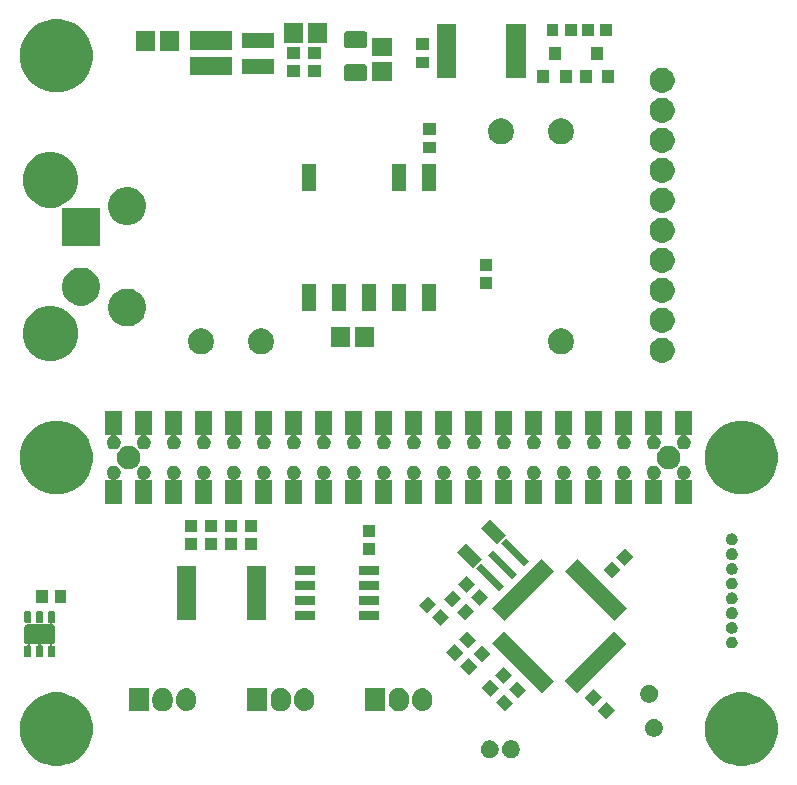
<source format=gbr>
G04 #@! TF.GenerationSoftware,KiCad,Pcbnew,5.0.2-bee76a0~70~ubuntu18.04.1*
G04 #@! TF.CreationDate,2019-11-01T13:53:43-07:00*
G04 #@! TF.ProjectId,piweather,70697765-6174-4686-9572-2e6b69636164,rev?*
G04 #@! TF.SameCoordinates,Original*
G04 #@! TF.FileFunction,Soldermask,Top*
G04 #@! TF.FilePolarity,Negative*
%FSLAX46Y46*%
G04 Gerber Fmt 4.6, Leading zero omitted, Abs format (unit mm)*
G04 Created by KiCad (PCBNEW 5.0.2-bee76a0~70~ubuntu18.04.1) date Fri 01 Nov 2019 01:53:43 PM PDT*
%MOMM*%
%LPD*%
G01*
G04 APERTURE LIST*
%ADD10C,0.100000*%
G04 APERTURE END LIST*
D10*
G36*
X129904235Y-108519130D02*
X130032043Y-108572070D01*
X130468401Y-108752815D01*
X130976135Y-109092072D01*
X131407928Y-109523865D01*
X131747185Y-110031599D01*
X131927930Y-110467957D01*
X131980870Y-110595765D01*
X132100000Y-111194675D01*
X132100000Y-111805325D01*
X131980870Y-112404235D01*
X131980869Y-112404237D01*
X131747185Y-112968401D01*
X131407928Y-113476135D01*
X130976135Y-113907928D01*
X130468401Y-114247185D01*
X130032043Y-114427930D01*
X129904235Y-114480870D01*
X129305325Y-114600000D01*
X128694675Y-114600000D01*
X128095765Y-114480870D01*
X127967957Y-114427930D01*
X127531599Y-114247185D01*
X127023865Y-113907928D01*
X126592072Y-113476135D01*
X126252815Y-112968401D01*
X126019131Y-112404237D01*
X126019130Y-112404235D01*
X125900000Y-111805325D01*
X125900000Y-111194675D01*
X126019130Y-110595765D01*
X126072070Y-110467957D01*
X126252815Y-110031599D01*
X126592072Y-109523865D01*
X127023865Y-109092072D01*
X127531599Y-108752815D01*
X127967957Y-108572070D01*
X128095765Y-108519130D01*
X128694675Y-108400000D01*
X129305325Y-108400000D01*
X129904235Y-108519130D01*
X129904235Y-108519130D01*
G37*
G36*
X71904235Y-108519130D02*
X72032043Y-108572070D01*
X72468401Y-108752815D01*
X72976135Y-109092072D01*
X73407928Y-109523865D01*
X73747185Y-110031599D01*
X73927930Y-110467957D01*
X73980870Y-110595765D01*
X74100000Y-111194675D01*
X74100000Y-111805325D01*
X73980870Y-112404235D01*
X73980869Y-112404237D01*
X73747185Y-112968401D01*
X73407928Y-113476135D01*
X72976135Y-113907928D01*
X72468401Y-114247185D01*
X72032043Y-114427930D01*
X71904235Y-114480870D01*
X71305325Y-114600000D01*
X70694675Y-114600000D01*
X70095765Y-114480870D01*
X69967957Y-114427930D01*
X69531599Y-114247185D01*
X69023865Y-113907928D01*
X68592072Y-113476135D01*
X68252815Y-112968401D01*
X68019131Y-112404237D01*
X68019130Y-112404235D01*
X67900000Y-111805325D01*
X67900000Y-111194675D01*
X68019130Y-110595765D01*
X68072070Y-110467957D01*
X68252815Y-110031599D01*
X68592072Y-109523865D01*
X69023865Y-109092072D01*
X69531599Y-108752815D01*
X69967957Y-108572070D01*
X70095765Y-108519130D01*
X70694675Y-108400000D01*
X71305325Y-108400000D01*
X71904235Y-108519130D01*
X71904235Y-108519130D01*
G37*
G36*
X107918765Y-112478821D02*
X108055261Y-112535360D01*
X108178096Y-112617435D01*
X108282565Y-112721904D01*
X108364640Y-112844739D01*
X108421179Y-112981235D01*
X108450000Y-113126130D01*
X108450000Y-113273870D01*
X108421179Y-113418765D01*
X108364640Y-113555261D01*
X108282565Y-113678096D01*
X108178096Y-113782565D01*
X108055261Y-113864640D01*
X107918765Y-113921179D01*
X107773870Y-113950000D01*
X107626130Y-113950000D01*
X107481235Y-113921179D01*
X107344739Y-113864640D01*
X107221904Y-113782565D01*
X107117435Y-113678096D01*
X107035360Y-113555261D01*
X106978821Y-113418765D01*
X106950000Y-113273870D01*
X106950000Y-113126130D01*
X106978821Y-112981235D01*
X107035360Y-112844739D01*
X107117435Y-112721904D01*
X107221904Y-112617435D01*
X107344739Y-112535360D01*
X107481235Y-112478821D01*
X107626130Y-112450000D01*
X107773870Y-112450000D01*
X107918765Y-112478821D01*
X107918765Y-112478821D01*
G37*
G36*
X109718765Y-112478821D02*
X109855261Y-112535360D01*
X109978096Y-112617435D01*
X110082565Y-112721904D01*
X110164640Y-112844739D01*
X110221179Y-112981235D01*
X110250000Y-113126130D01*
X110250000Y-113273870D01*
X110221179Y-113418765D01*
X110164640Y-113555261D01*
X110082565Y-113678096D01*
X109978096Y-113782565D01*
X109855261Y-113864640D01*
X109718765Y-113921179D01*
X109573870Y-113950000D01*
X109426130Y-113950000D01*
X109281235Y-113921179D01*
X109144739Y-113864640D01*
X109021904Y-113782565D01*
X108917435Y-113678096D01*
X108835360Y-113555261D01*
X108778821Y-113418765D01*
X108750000Y-113273870D01*
X108750000Y-113126130D01*
X108778821Y-112981235D01*
X108835360Y-112844739D01*
X108917435Y-112721904D01*
X109021904Y-112617435D01*
X109144739Y-112535360D01*
X109281235Y-112478821D01*
X109426130Y-112450000D01*
X109573870Y-112450000D01*
X109718765Y-112478821D01*
X109718765Y-112478821D01*
G37*
G36*
X121818765Y-110678821D02*
X121955261Y-110735360D01*
X122078096Y-110817435D01*
X122182565Y-110921904D01*
X122264640Y-111044739D01*
X122321179Y-111181235D01*
X122350000Y-111326130D01*
X122350000Y-111473870D01*
X122321179Y-111618765D01*
X122264640Y-111755261D01*
X122182565Y-111878096D01*
X122078096Y-111982565D01*
X121955261Y-112064640D01*
X121818765Y-112121179D01*
X121673870Y-112150000D01*
X121526130Y-112150000D01*
X121381235Y-112121179D01*
X121244739Y-112064640D01*
X121121904Y-111982565D01*
X121017435Y-111878096D01*
X120935360Y-111755261D01*
X120878821Y-111618765D01*
X120850000Y-111473870D01*
X120850000Y-111326130D01*
X120878821Y-111181235D01*
X120935360Y-111044739D01*
X121017435Y-110921904D01*
X121121904Y-110817435D01*
X121244739Y-110735360D01*
X121381235Y-110678821D01*
X121526130Y-110650000D01*
X121673870Y-110650000D01*
X121818765Y-110678821D01*
X121818765Y-110678821D01*
G37*
G36*
X118272793Y-109895430D02*
X117520430Y-110647793D01*
X116822515Y-109949878D01*
X117574878Y-109197515D01*
X118272793Y-109895430D01*
X118272793Y-109895430D01*
G37*
G36*
X80166628Y-108012299D02*
X80277355Y-108045888D01*
X80326854Y-108060903D01*
X80400227Y-108100122D01*
X80474519Y-108139832D01*
X80603946Y-108246049D01*
X80710170Y-108375483D01*
X80760309Y-108469288D01*
X80789097Y-108523145D01*
X80800409Y-108560437D01*
X80837701Y-108683371D01*
X80850000Y-108808247D01*
X80850000Y-109191752D01*
X80837701Y-109316628D01*
X80804264Y-109426854D01*
X80789097Y-109476855D01*
X80763970Y-109523864D01*
X80710170Y-109624517D01*
X80603948Y-109753948D01*
X80474517Y-109860170D01*
X80380712Y-109910309D01*
X80326855Y-109939097D01*
X80291314Y-109949878D01*
X80166629Y-109987701D01*
X80000000Y-110004112D01*
X79833372Y-109987701D01*
X79708687Y-109949878D01*
X79673146Y-109939097D01*
X79591452Y-109895430D01*
X79525481Y-109860168D01*
X79396054Y-109753951D01*
X79289830Y-109624517D01*
X79236030Y-109523864D01*
X79210903Y-109476855D01*
X79195736Y-109426854D01*
X79162299Y-109316629D01*
X79150000Y-109191753D01*
X79150000Y-108808248D01*
X79162299Y-108683372D01*
X79210903Y-108523147D01*
X79210903Y-108523146D01*
X79262760Y-108426130D01*
X79289832Y-108375481D01*
X79396049Y-108246054D01*
X79525483Y-108139830D01*
X79619288Y-108089691D01*
X79673145Y-108060903D01*
X79722644Y-108045888D01*
X79833371Y-108012299D01*
X80000000Y-107995888D01*
X80166628Y-108012299D01*
X80166628Y-108012299D01*
G37*
G36*
X90166628Y-108012299D02*
X90277355Y-108045888D01*
X90326854Y-108060903D01*
X90400227Y-108100122D01*
X90474519Y-108139832D01*
X90603946Y-108246049D01*
X90710170Y-108375483D01*
X90760309Y-108469288D01*
X90789097Y-108523145D01*
X90800409Y-108560437D01*
X90837701Y-108683371D01*
X90850000Y-108808247D01*
X90850000Y-109191752D01*
X90837701Y-109316628D01*
X90804264Y-109426854D01*
X90789097Y-109476855D01*
X90763970Y-109523864D01*
X90710170Y-109624517D01*
X90603948Y-109753948D01*
X90474517Y-109860170D01*
X90380712Y-109910309D01*
X90326855Y-109939097D01*
X90291314Y-109949878D01*
X90166629Y-109987701D01*
X90000000Y-110004112D01*
X89833372Y-109987701D01*
X89708687Y-109949878D01*
X89673146Y-109939097D01*
X89591452Y-109895430D01*
X89525481Y-109860168D01*
X89396054Y-109753951D01*
X89289830Y-109624517D01*
X89236030Y-109523864D01*
X89210903Y-109476855D01*
X89195736Y-109426854D01*
X89162299Y-109316629D01*
X89150000Y-109191753D01*
X89150000Y-108808248D01*
X89162299Y-108683372D01*
X89210903Y-108523147D01*
X89210903Y-108523146D01*
X89262760Y-108426130D01*
X89289832Y-108375481D01*
X89396049Y-108246054D01*
X89525483Y-108139830D01*
X89619288Y-108089691D01*
X89673145Y-108060903D01*
X89722644Y-108045888D01*
X89833371Y-108012299D01*
X90000000Y-107995888D01*
X90166628Y-108012299D01*
X90166628Y-108012299D01*
G37*
G36*
X100166628Y-108012299D02*
X100277355Y-108045888D01*
X100326854Y-108060903D01*
X100400227Y-108100122D01*
X100474519Y-108139832D01*
X100603946Y-108246049D01*
X100710170Y-108375483D01*
X100760309Y-108469288D01*
X100789097Y-108523145D01*
X100800409Y-108560437D01*
X100837701Y-108683371D01*
X100850000Y-108808247D01*
X100850000Y-109191752D01*
X100837701Y-109316628D01*
X100804264Y-109426854D01*
X100789097Y-109476855D01*
X100763970Y-109523864D01*
X100710170Y-109624517D01*
X100603948Y-109753948D01*
X100474517Y-109860170D01*
X100380712Y-109910309D01*
X100326855Y-109939097D01*
X100291314Y-109949878D01*
X100166629Y-109987701D01*
X100000000Y-110004112D01*
X99833372Y-109987701D01*
X99708687Y-109949878D01*
X99673146Y-109939097D01*
X99591452Y-109895430D01*
X99525481Y-109860168D01*
X99396054Y-109753951D01*
X99289830Y-109624517D01*
X99236030Y-109523864D01*
X99210903Y-109476855D01*
X99195736Y-109426854D01*
X99162299Y-109316629D01*
X99150000Y-109191753D01*
X99150000Y-108808248D01*
X99162299Y-108683372D01*
X99210903Y-108523147D01*
X99210903Y-108523146D01*
X99262760Y-108426130D01*
X99289832Y-108375481D01*
X99396049Y-108246054D01*
X99525483Y-108139830D01*
X99619288Y-108089691D01*
X99673145Y-108060903D01*
X99722644Y-108045888D01*
X99833371Y-108012299D01*
X100000000Y-107995888D01*
X100166628Y-108012299D01*
X100166628Y-108012299D01*
G37*
G36*
X98850000Y-110000000D02*
X97150000Y-110000000D01*
X97150000Y-108000000D01*
X98850000Y-108000000D01*
X98850000Y-110000000D01*
X98850000Y-110000000D01*
G37*
G36*
X78850000Y-110000000D02*
X77150000Y-110000000D01*
X77150000Y-108000000D01*
X78850000Y-108000000D01*
X78850000Y-110000000D01*
X78850000Y-110000000D01*
G37*
G36*
X88850000Y-110000000D02*
X87150000Y-110000000D01*
X87150000Y-108000000D01*
X88850000Y-108000000D01*
X88850000Y-110000000D01*
X88850000Y-110000000D01*
G37*
G36*
X92166628Y-108062299D02*
X92289562Y-108099591D01*
X92326854Y-108110903D01*
X92400686Y-108150367D01*
X92474519Y-108189832D01*
X92603946Y-108296049D01*
X92710170Y-108425483D01*
X92748672Y-108497516D01*
X92789097Y-108573145D01*
X92789317Y-108573870D01*
X92837701Y-108733371D01*
X92850000Y-108858247D01*
X92850000Y-109141752D01*
X92837701Y-109266628D01*
X92822533Y-109316629D01*
X92789097Y-109426855D01*
X92762372Y-109476854D01*
X92710170Y-109574517D01*
X92603948Y-109703948D01*
X92474517Y-109810170D01*
X92380977Y-109860168D01*
X92326855Y-109889097D01*
X92305977Y-109895430D01*
X92166629Y-109937701D01*
X92000000Y-109954112D01*
X91833372Y-109937701D01*
X91694024Y-109895430D01*
X91673146Y-109889097D01*
X91599314Y-109849633D01*
X91525481Y-109810168D01*
X91396054Y-109703951D01*
X91289830Y-109574517D01*
X91237628Y-109476854D01*
X91210903Y-109426855D01*
X91199591Y-109389563D01*
X91162299Y-109266629D01*
X91150000Y-109141753D01*
X91150000Y-108858248D01*
X91162299Y-108733372D01*
X91199591Y-108610438D01*
X91210903Y-108573146D01*
X91289485Y-108426131D01*
X91289832Y-108425481D01*
X91396049Y-108296054D01*
X91525483Y-108189830D01*
X91634922Y-108131334D01*
X91673145Y-108110903D01*
X91710437Y-108099591D01*
X91833371Y-108062299D01*
X92000000Y-108045888D01*
X92166628Y-108062299D01*
X92166628Y-108062299D01*
G37*
G36*
X82166628Y-108062299D02*
X82289562Y-108099591D01*
X82326854Y-108110903D01*
X82400686Y-108150367D01*
X82474519Y-108189832D01*
X82603946Y-108296049D01*
X82710170Y-108425483D01*
X82748672Y-108497516D01*
X82789097Y-108573145D01*
X82789317Y-108573870D01*
X82837701Y-108733371D01*
X82850000Y-108858247D01*
X82850000Y-109141752D01*
X82837701Y-109266628D01*
X82822533Y-109316629D01*
X82789097Y-109426855D01*
X82762372Y-109476854D01*
X82710170Y-109574517D01*
X82603948Y-109703948D01*
X82474517Y-109810170D01*
X82380977Y-109860168D01*
X82326855Y-109889097D01*
X82305977Y-109895430D01*
X82166629Y-109937701D01*
X82000000Y-109954112D01*
X81833372Y-109937701D01*
X81694024Y-109895430D01*
X81673146Y-109889097D01*
X81599314Y-109849633D01*
X81525481Y-109810168D01*
X81396054Y-109703951D01*
X81289830Y-109574517D01*
X81237628Y-109476854D01*
X81210903Y-109426855D01*
X81199591Y-109389563D01*
X81162299Y-109266629D01*
X81150000Y-109141753D01*
X81150000Y-108858248D01*
X81162299Y-108733372D01*
X81199591Y-108610438D01*
X81210903Y-108573146D01*
X81289485Y-108426131D01*
X81289832Y-108425481D01*
X81396049Y-108296054D01*
X81525483Y-108189830D01*
X81634922Y-108131334D01*
X81673145Y-108110903D01*
X81710437Y-108099591D01*
X81833371Y-108062299D01*
X82000000Y-108045888D01*
X82166628Y-108062299D01*
X82166628Y-108062299D01*
G37*
G36*
X102166628Y-108062299D02*
X102289562Y-108099591D01*
X102326854Y-108110903D01*
X102400686Y-108150367D01*
X102474519Y-108189832D01*
X102603946Y-108296049D01*
X102710170Y-108425483D01*
X102748672Y-108497516D01*
X102789097Y-108573145D01*
X102789317Y-108573870D01*
X102837701Y-108733371D01*
X102850000Y-108858247D01*
X102850000Y-109141752D01*
X102837701Y-109266628D01*
X102822533Y-109316629D01*
X102789097Y-109426855D01*
X102762372Y-109476854D01*
X102710170Y-109574517D01*
X102603948Y-109703948D01*
X102474517Y-109810170D01*
X102380977Y-109860168D01*
X102326855Y-109889097D01*
X102305977Y-109895430D01*
X102166629Y-109937701D01*
X102000000Y-109954112D01*
X101833372Y-109937701D01*
X101694024Y-109895430D01*
X101673146Y-109889097D01*
X101599314Y-109849633D01*
X101525481Y-109810168D01*
X101396054Y-109703951D01*
X101289830Y-109574517D01*
X101237628Y-109476854D01*
X101210903Y-109426855D01*
X101199591Y-109389563D01*
X101162299Y-109266629D01*
X101150000Y-109141753D01*
X101150000Y-108858248D01*
X101162299Y-108733372D01*
X101199591Y-108610438D01*
X101210903Y-108573146D01*
X101289485Y-108426131D01*
X101289832Y-108425481D01*
X101396049Y-108296054D01*
X101525483Y-108189830D01*
X101634922Y-108131334D01*
X101673145Y-108110903D01*
X101710437Y-108099591D01*
X101833371Y-108062299D01*
X102000000Y-108045888D01*
X102166628Y-108062299D01*
X102166628Y-108062299D01*
G37*
G36*
X109677485Y-109249878D02*
X108979570Y-109947793D01*
X108227207Y-109195430D01*
X108925122Y-108497515D01*
X109677485Y-109249878D01*
X109677485Y-109249878D01*
G37*
G36*
X117177485Y-108800122D02*
X116425122Y-109552485D01*
X115727207Y-108854570D01*
X116479570Y-108102207D01*
X117177485Y-108800122D01*
X117177485Y-108800122D01*
G37*
G36*
X121418765Y-107778821D02*
X121555261Y-107835360D01*
X121678096Y-107917435D01*
X121782565Y-108021904D01*
X121864640Y-108144739D01*
X121921179Y-108281235D01*
X121950000Y-108426130D01*
X121950000Y-108573870D01*
X121921179Y-108718765D01*
X121864640Y-108855261D01*
X121782565Y-108978096D01*
X121678096Y-109082565D01*
X121555261Y-109164640D01*
X121418765Y-109221179D01*
X121273870Y-109250000D01*
X121126130Y-109250000D01*
X120981235Y-109221179D01*
X120844739Y-109164640D01*
X120721904Y-109082565D01*
X120617435Y-108978096D01*
X120535360Y-108855261D01*
X120478821Y-108718765D01*
X120450000Y-108573870D01*
X120450000Y-108426130D01*
X120478821Y-108281235D01*
X120535360Y-108144739D01*
X120617435Y-108021904D01*
X120721904Y-107917435D01*
X120844739Y-107835360D01*
X120981235Y-107778821D01*
X121126130Y-107750000D01*
X121273870Y-107750000D01*
X121418765Y-107778821D01*
X121418765Y-107778821D01*
G37*
G36*
X110772793Y-108154570D02*
X110074878Y-108852485D01*
X109322515Y-108100122D01*
X110020430Y-107402207D01*
X110772793Y-108154570D01*
X110772793Y-108154570D01*
G37*
G36*
X108477485Y-108049878D02*
X107779570Y-108747793D01*
X107027207Y-107995430D01*
X107725122Y-107297515D01*
X108477485Y-108049878D01*
X108477485Y-108049878D01*
G37*
G36*
X119309888Y-104277602D02*
X115102602Y-108484888D01*
X114041941Y-107424227D01*
X118249227Y-103216941D01*
X119309888Y-104277602D01*
X119309888Y-104277602D01*
G37*
G36*
X113158059Y-107424227D02*
X112097398Y-108484888D01*
X107890112Y-104277602D01*
X108950773Y-103216941D01*
X113158059Y-107424227D01*
X113158059Y-107424227D01*
G37*
G36*
X109572793Y-106954570D02*
X108874878Y-107652485D01*
X108122515Y-106900122D01*
X108820430Y-106202207D01*
X109572793Y-106954570D01*
X109572793Y-106954570D01*
G37*
G36*
X106677485Y-106249878D02*
X105979570Y-106947793D01*
X105227207Y-106195430D01*
X105925122Y-105497515D01*
X106677485Y-106249878D01*
X106677485Y-106249878D01*
G37*
G36*
X107772793Y-105154570D02*
X107074878Y-105852485D01*
X106322515Y-105100122D01*
X107020430Y-104402207D01*
X107772793Y-105154570D01*
X107772793Y-105154570D01*
G37*
G36*
X105477485Y-105049878D02*
X104779570Y-105747793D01*
X104027207Y-104995430D01*
X104725122Y-104297515D01*
X105477485Y-105049878D01*
X105477485Y-105049878D01*
G37*
G36*
X70799340Y-101527639D02*
X70822742Y-101534738D01*
X70844313Y-101546268D01*
X70863218Y-101561782D01*
X70878732Y-101580687D01*
X70890262Y-101602258D01*
X70897361Y-101625660D01*
X70900000Y-101652454D01*
X70900000Y-102397546D01*
X70897361Y-102424340D01*
X70890262Y-102447742D01*
X70878732Y-102469313D01*
X70863218Y-102488218D01*
X70844313Y-102503732D01*
X70822742Y-102515262D01*
X70799340Y-102522361D01*
X70772546Y-102525000D01*
X70650000Y-102525000D01*
X70640245Y-102525961D01*
X70630866Y-102528806D01*
X70622221Y-102533427D01*
X70614645Y-102539645D01*
X70608427Y-102547221D01*
X70603806Y-102555866D01*
X70600961Y-102565245D01*
X70600000Y-102575000D01*
X70600961Y-102584755D01*
X70603806Y-102594134D01*
X70608427Y-102602779D01*
X70614645Y-102610355D01*
X70622221Y-102616573D01*
X70630866Y-102621194D01*
X70640245Y-102624039D01*
X70645099Y-102624759D01*
X70698725Y-102630040D01*
X70745578Y-102644253D01*
X70788759Y-102667334D01*
X70826606Y-102698394D01*
X70857666Y-102736241D01*
X70880747Y-102779422D01*
X70894960Y-102826275D01*
X70900000Y-102877454D01*
X70900000Y-104072546D01*
X70894960Y-104123725D01*
X70880747Y-104170578D01*
X70857666Y-104213759D01*
X70826606Y-104251606D01*
X70788759Y-104282666D01*
X70745578Y-104305747D01*
X70698725Y-104319960D01*
X70645099Y-104325241D01*
X70635486Y-104327153D01*
X70626430Y-104330904D01*
X70618281Y-104336349D01*
X70611350Y-104343280D01*
X70605904Y-104351430D01*
X70602153Y-104360485D01*
X70600241Y-104370099D01*
X70600241Y-104379901D01*
X70602153Y-104389514D01*
X70605904Y-104398570D01*
X70611349Y-104406719D01*
X70618280Y-104413650D01*
X70626430Y-104419096D01*
X70635485Y-104422847D01*
X70645099Y-104424759D01*
X70650000Y-104425000D01*
X70772546Y-104425000D01*
X70799340Y-104427639D01*
X70822742Y-104434738D01*
X70844313Y-104446268D01*
X70863218Y-104461782D01*
X70878732Y-104480687D01*
X70890262Y-104502258D01*
X70897361Y-104525660D01*
X70900000Y-104552454D01*
X70900000Y-105297546D01*
X70897361Y-105324340D01*
X70890262Y-105347742D01*
X70878732Y-105369313D01*
X70863218Y-105388218D01*
X70844313Y-105403732D01*
X70822742Y-105415262D01*
X70799340Y-105422361D01*
X70772546Y-105425000D01*
X70427454Y-105425000D01*
X70400660Y-105422361D01*
X70377258Y-105415262D01*
X70355687Y-105403732D01*
X70336782Y-105388218D01*
X70321268Y-105369313D01*
X70309738Y-105347742D01*
X70302639Y-105324340D01*
X70300000Y-105297546D01*
X70300000Y-104552454D01*
X70302639Y-104525660D01*
X70309738Y-104502258D01*
X70321268Y-104480687D01*
X70336782Y-104461782D01*
X70355687Y-104446268D01*
X70377258Y-104434738D01*
X70400660Y-104427639D01*
X70429901Y-104424759D01*
X70439515Y-104422847D01*
X70448570Y-104419096D01*
X70456720Y-104413650D01*
X70463651Y-104406719D01*
X70469096Y-104398569D01*
X70472847Y-104389514D01*
X70474759Y-104379900D01*
X70474759Y-104370099D01*
X70472847Y-104360485D01*
X70469096Y-104351430D01*
X70463650Y-104343280D01*
X70456719Y-104336349D01*
X70448569Y-104330904D01*
X70439514Y-104327153D01*
X70425000Y-104325000D01*
X69775000Y-104325000D01*
X69765245Y-104325961D01*
X69755866Y-104328806D01*
X69747221Y-104333427D01*
X69739645Y-104339645D01*
X69733427Y-104347221D01*
X69728806Y-104355866D01*
X69725961Y-104365245D01*
X69725000Y-104375000D01*
X69725961Y-104384755D01*
X69728806Y-104394134D01*
X69733427Y-104402779D01*
X69739645Y-104410355D01*
X69747221Y-104416573D01*
X69755866Y-104421194D01*
X69770099Y-104424759D01*
X69799340Y-104427639D01*
X69822742Y-104434738D01*
X69844313Y-104446268D01*
X69863218Y-104461782D01*
X69878732Y-104480687D01*
X69890262Y-104502258D01*
X69897361Y-104525660D01*
X69900000Y-104552454D01*
X69900000Y-105297546D01*
X69897361Y-105324340D01*
X69890262Y-105347742D01*
X69878732Y-105369313D01*
X69863218Y-105388218D01*
X69844313Y-105403732D01*
X69822742Y-105415262D01*
X69799340Y-105422361D01*
X69772546Y-105425000D01*
X69427454Y-105425000D01*
X69400660Y-105422361D01*
X69377258Y-105415262D01*
X69355687Y-105403732D01*
X69336782Y-105388218D01*
X69321268Y-105369313D01*
X69309738Y-105347742D01*
X69302639Y-105324340D01*
X69300000Y-105297546D01*
X69300000Y-104552454D01*
X69302639Y-104525660D01*
X69309738Y-104502258D01*
X69321268Y-104480687D01*
X69336782Y-104461782D01*
X69355687Y-104446268D01*
X69377258Y-104434738D01*
X69400660Y-104427639D01*
X69429901Y-104424759D01*
X69439515Y-104422847D01*
X69448570Y-104419096D01*
X69456720Y-104413650D01*
X69463651Y-104406719D01*
X69469096Y-104398569D01*
X69472847Y-104389514D01*
X69474759Y-104379900D01*
X69474759Y-104370099D01*
X69472847Y-104360485D01*
X69469096Y-104351430D01*
X69463650Y-104343280D01*
X69456719Y-104336349D01*
X69448569Y-104330904D01*
X69439514Y-104327153D01*
X69425000Y-104325000D01*
X68775000Y-104325000D01*
X68765245Y-104325961D01*
X68755866Y-104328806D01*
X68747221Y-104333427D01*
X68739645Y-104339645D01*
X68733427Y-104347221D01*
X68728806Y-104355866D01*
X68725961Y-104365245D01*
X68725000Y-104375000D01*
X68725961Y-104384755D01*
X68728806Y-104394134D01*
X68733427Y-104402779D01*
X68739645Y-104410355D01*
X68747221Y-104416573D01*
X68755866Y-104421194D01*
X68770099Y-104424759D01*
X68799340Y-104427639D01*
X68822742Y-104434738D01*
X68844313Y-104446268D01*
X68863218Y-104461782D01*
X68878732Y-104480687D01*
X68890262Y-104502258D01*
X68897361Y-104525660D01*
X68900000Y-104552454D01*
X68900000Y-105297546D01*
X68897361Y-105324340D01*
X68890262Y-105347742D01*
X68878732Y-105369313D01*
X68863218Y-105388218D01*
X68844313Y-105403732D01*
X68822742Y-105415262D01*
X68799340Y-105422361D01*
X68772546Y-105425000D01*
X68427454Y-105425000D01*
X68400660Y-105422361D01*
X68377258Y-105415262D01*
X68355687Y-105403732D01*
X68336782Y-105388218D01*
X68321268Y-105369313D01*
X68309738Y-105347742D01*
X68302639Y-105324340D01*
X68300000Y-105297546D01*
X68300000Y-104552454D01*
X68302639Y-104525660D01*
X68309738Y-104502258D01*
X68321268Y-104480687D01*
X68336782Y-104461782D01*
X68355687Y-104446268D01*
X68377258Y-104434738D01*
X68400660Y-104427639D01*
X68427454Y-104425000D01*
X68550000Y-104425000D01*
X68559755Y-104424039D01*
X68569134Y-104421194D01*
X68577779Y-104416573D01*
X68585355Y-104410355D01*
X68591573Y-104402779D01*
X68596194Y-104394134D01*
X68599039Y-104384755D01*
X68600000Y-104375000D01*
X68599039Y-104365245D01*
X68596194Y-104355866D01*
X68591573Y-104347221D01*
X68585355Y-104339645D01*
X68577779Y-104333427D01*
X68569134Y-104328806D01*
X68559755Y-104325961D01*
X68554901Y-104325241D01*
X68501275Y-104319960D01*
X68454422Y-104305747D01*
X68411241Y-104282666D01*
X68373394Y-104251606D01*
X68342334Y-104213759D01*
X68319253Y-104170578D01*
X68305040Y-104123725D01*
X68300000Y-104072546D01*
X68300000Y-102877454D01*
X68305040Y-102826275D01*
X68319253Y-102779422D01*
X68342334Y-102736241D01*
X68373394Y-102698394D01*
X68411241Y-102667334D01*
X68454422Y-102644253D01*
X68501275Y-102630040D01*
X68552454Y-102625000D01*
X70425000Y-102625000D01*
X70434755Y-102624039D01*
X70444134Y-102621194D01*
X70452779Y-102616573D01*
X70460355Y-102610355D01*
X70466573Y-102602779D01*
X70471194Y-102594134D01*
X70474039Y-102584755D01*
X70475000Y-102575000D01*
X70474039Y-102565245D01*
X70471194Y-102555866D01*
X70466573Y-102547221D01*
X70460355Y-102539645D01*
X70452779Y-102533427D01*
X70444134Y-102528806D01*
X70429901Y-102525241D01*
X70400660Y-102522361D01*
X70377258Y-102515262D01*
X70355687Y-102503732D01*
X70336782Y-102488218D01*
X70321268Y-102469313D01*
X70309738Y-102447742D01*
X70302639Y-102424340D01*
X70300000Y-102397546D01*
X70300000Y-101652454D01*
X70302639Y-101625660D01*
X70309738Y-101602258D01*
X70321268Y-101580687D01*
X70336782Y-101561782D01*
X70355687Y-101546268D01*
X70377258Y-101534738D01*
X70400660Y-101527639D01*
X70427454Y-101525000D01*
X70772546Y-101525000D01*
X70799340Y-101527639D01*
X70799340Y-101527639D01*
G37*
G36*
X128345843Y-103694214D02*
X128345846Y-103694215D01*
X128345845Y-103694215D01*
X128436839Y-103731906D01*
X128491311Y-103768303D01*
X128518733Y-103786626D01*
X128588374Y-103856267D01*
X128588375Y-103856269D01*
X128643094Y-103938161D01*
X128643094Y-103938162D01*
X128680786Y-104029157D01*
X128700000Y-104125753D01*
X128700000Y-104224247D01*
X128680786Y-104320843D01*
X128675573Y-104333427D01*
X128643094Y-104411839D01*
X128620089Y-104446268D01*
X128588374Y-104493733D01*
X128518733Y-104563374D01*
X128501333Y-104575000D01*
X128436839Y-104618094D01*
X128372495Y-104644746D01*
X128345843Y-104655786D01*
X128249247Y-104675000D01*
X128150753Y-104675000D01*
X128054157Y-104655786D01*
X128027505Y-104644746D01*
X127963161Y-104618094D01*
X127898667Y-104575000D01*
X127881267Y-104563374D01*
X127811626Y-104493733D01*
X127779911Y-104446268D01*
X127756906Y-104411839D01*
X127724427Y-104333427D01*
X127719214Y-104320843D01*
X127700000Y-104224247D01*
X127700000Y-104125753D01*
X127719214Y-104029157D01*
X127756906Y-103938162D01*
X127756906Y-103938161D01*
X127811625Y-103856269D01*
X127811626Y-103856267D01*
X127881267Y-103786626D01*
X127908689Y-103768303D01*
X127963161Y-103731906D01*
X128054155Y-103694215D01*
X128054154Y-103694215D01*
X128054157Y-103694214D01*
X128150753Y-103675000D01*
X128249247Y-103675000D01*
X128345843Y-103694214D01*
X128345843Y-103694214D01*
G37*
G36*
X106572793Y-103954570D02*
X105874878Y-104652485D01*
X105122515Y-103900122D01*
X105820430Y-103202207D01*
X106572793Y-103954570D01*
X106572793Y-103954570D01*
G37*
G36*
X128345843Y-102444214D02*
X128345846Y-102444215D01*
X128345845Y-102444215D01*
X128436839Y-102481906D01*
X128484245Y-102513582D01*
X128518733Y-102536626D01*
X128588374Y-102606267D01*
X128588375Y-102606269D01*
X128643094Y-102688161D01*
X128651306Y-102707986D01*
X128680786Y-102779157D01*
X128700000Y-102875753D01*
X128700000Y-102974247D01*
X128680786Y-103070843D01*
X128680785Y-103070845D01*
X128643094Y-103161839D01*
X128616121Y-103202207D01*
X128588374Y-103243733D01*
X128518733Y-103313374D01*
X128491311Y-103331697D01*
X128436839Y-103368094D01*
X128372495Y-103394746D01*
X128345843Y-103405786D01*
X128249247Y-103425000D01*
X128150753Y-103425000D01*
X128054157Y-103405786D01*
X128027505Y-103394746D01*
X127963161Y-103368094D01*
X127908689Y-103331697D01*
X127881267Y-103313374D01*
X127811626Y-103243733D01*
X127783879Y-103202207D01*
X127756906Y-103161839D01*
X127719215Y-103070845D01*
X127719214Y-103070843D01*
X127700000Y-102974247D01*
X127700000Y-102875753D01*
X127719214Y-102779157D01*
X127748694Y-102707986D01*
X127756906Y-102688161D01*
X127811625Y-102606269D01*
X127811626Y-102606267D01*
X127881267Y-102536626D01*
X127915755Y-102513582D01*
X127963161Y-102481906D01*
X128054155Y-102444215D01*
X128054154Y-102444215D01*
X128054157Y-102444214D01*
X128150753Y-102425000D01*
X128249247Y-102425000D01*
X128345843Y-102444214D01*
X128345843Y-102444214D01*
G37*
G36*
X104272793Y-101995430D02*
X103520430Y-102747793D01*
X102822515Y-102049878D01*
X103574878Y-101297515D01*
X104272793Y-101995430D01*
X104272793Y-101995430D01*
G37*
G36*
X68799340Y-101527639D02*
X68822742Y-101534738D01*
X68844313Y-101546268D01*
X68863218Y-101561782D01*
X68878732Y-101580687D01*
X68890262Y-101602258D01*
X68897361Y-101625660D01*
X68900000Y-101652454D01*
X68900000Y-102397546D01*
X68897361Y-102424340D01*
X68890262Y-102447742D01*
X68878732Y-102469313D01*
X68863218Y-102488218D01*
X68844313Y-102503732D01*
X68822742Y-102515262D01*
X68799340Y-102522361D01*
X68772546Y-102525000D01*
X68427454Y-102525000D01*
X68400660Y-102522361D01*
X68377258Y-102515262D01*
X68355687Y-102503732D01*
X68336782Y-102488218D01*
X68321268Y-102469313D01*
X68309738Y-102447742D01*
X68302639Y-102424340D01*
X68300000Y-102397546D01*
X68300000Y-101652454D01*
X68302639Y-101625660D01*
X68309738Y-101602258D01*
X68321268Y-101580687D01*
X68336782Y-101561782D01*
X68355687Y-101546268D01*
X68377258Y-101534738D01*
X68400660Y-101527639D01*
X68427454Y-101525000D01*
X68772546Y-101525000D01*
X68799340Y-101527639D01*
X68799340Y-101527639D01*
G37*
G36*
X69799340Y-101527639D02*
X69822742Y-101534738D01*
X69844313Y-101546268D01*
X69863218Y-101561782D01*
X69878732Y-101580687D01*
X69890262Y-101602258D01*
X69897361Y-101625660D01*
X69900000Y-101652454D01*
X69900000Y-102397546D01*
X69897361Y-102424340D01*
X69890262Y-102447742D01*
X69878732Y-102469313D01*
X69863218Y-102488218D01*
X69844313Y-102503732D01*
X69822742Y-102515262D01*
X69799340Y-102522361D01*
X69772546Y-102525000D01*
X69427454Y-102525000D01*
X69400660Y-102522361D01*
X69377258Y-102515262D01*
X69355687Y-102503732D01*
X69336782Y-102488218D01*
X69321268Y-102469313D01*
X69309738Y-102447742D01*
X69302639Y-102424340D01*
X69300000Y-102397546D01*
X69300000Y-101652454D01*
X69302639Y-101625660D01*
X69309738Y-101602258D01*
X69321268Y-101580687D01*
X69336782Y-101561782D01*
X69355687Y-101546268D01*
X69377258Y-101534738D01*
X69400660Y-101527639D01*
X69427454Y-101525000D01*
X69772546Y-101525000D01*
X69799340Y-101527639D01*
X69799340Y-101527639D01*
G37*
G36*
X113158059Y-98125773D02*
X108950773Y-102333059D01*
X107890112Y-101272398D01*
X112097398Y-97065112D01*
X113158059Y-98125773D01*
X113158059Y-98125773D01*
G37*
G36*
X119309888Y-101272398D02*
X118249227Y-102333059D01*
X114041941Y-98125773D01*
X115102602Y-97065112D01*
X119309888Y-101272398D01*
X119309888Y-101272398D01*
G37*
G36*
X98350000Y-102280000D02*
X96650000Y-102280000D01*
X96650000Y-101480000D01*
X98350000Y-101480000D01*
X98350000Y-102280000D01*
X98350000Y-102280000D01*
G37*
G36*
X92950000Y-102280000D02*
X91250000Y-102280000D01*
X91250000Y-101480000D01*
X92950000Y-101480000D01*
X92950000Y-102280000D01*
X92950000Y-102280000D01*
G37*
G36*
X82875000Y-102250000D02*
X81225000Y-102250000D01*
X81225000Y-97700000D01*
X82875000Y-97700000D01*
X82875000Y-102250000D01*
X82875000Y-102250000D01*
G37*
G36*
X88775000Y-102250000D02*
X87125000Y-102250000D01*
X87125000Y-97700000D01*
X88775000Y-97700000D01*
X88775000Y-102250000D01*
X88775000Y-102250000D01*
G37*
G36*
X106372793Y-101495430D02*
X105620430Y-102247793D01*
X104922515Y-101549878D01*
X105674878Y-100797515D01*
X106372793Y-101495430D01*
X106372793Y-101495430D01*
G37*
G36*
X128345843Y-101194214D02*
X128345846Y-101194215D01*
X128345845Y-101194215D01*
X128436839Y-101231906D01*
X128491311Y-101268303D01*
X128518733Y-101286626D01*
X128588374Y-101356267D01*
X128588375Y-101356269D01*
X128643094Y-101438161D01*
X128643094Y-101438162D01*
X128680786Y-101529157D01*
X128700000Y-101625753D01*
X128700000Y-101724247D01*
X128680786Y-101820843D01*
X128680785Y-101820845D01*
X128643094Y-101911839D01*
X128606697Y-101966311D01*
X128588374Y-101993733D01*
X128518733Y-102063374D01*
X128491311Y-102081697D01*
X128436839Y-102118094D01*
X128372495Y-102144746D01*
X128345843Y-102155786D01*
X128249247Y-102175000D01*
X128150753Y-102175000D01*
X128054157Y-102155786D01*
X128027505Y-102144746D01*
X127963161Y-102118094D01*
X127908689Y-102081697D01*
X127881267Y-102063374D01*
X127811626Y-101993733D01*
X127793303Y-101966311D01*
X127756906Y-101911839D01*
X127719215Y-101820845D01*
X127719214Y-101820843D01*
X127700000Y-101724247D01*
X127700000Y-101625753D01*
X127719214Y-101529157D01*
X127756906Y-101438162D01*
X127756906Y-101438161D01*
X127811625Y-101356269D01*
X127811626Y-101356267D01*
X127881267Y-101286626D01*
X127908689Y-101268303D01*
X127963161Y-101231906D01*
X128054155Y-101194215D01*
X128054154Y-101194215D01*
X128054157Y-101194214D01*
X128150753Y-101175000D01*
X128249247Y-101175000D01*
X128345843Y-101194214D01*
X128345843Y-101194214D01*
G37*
G36*
X103177485Y-100900122D02*
X102425122Y-101652485D01*
X101727207Y-100954570D01*
X102479570Y-100202207D01*
X103177485Y-100900122D01*
X103177485Y-100900122D01*
G37*
G36*
X105277485Y-100400122D02*
X104525122Y-101152485D01*
X103827207Y-100454570D01*
X104579570Y-99702207D01*
X105277485Y-100400122D01*
X105277485Y-100400122D01*
G37*
G36*
X107572793Y-100295430D02*
X106820430Y-101047793D01*
X106122515Y-100349878D01*
X106874878Y-99597515D01*
X107572793Y-100295430D01*
X107572793Y-100295430D01*
G37*
G36*
X98350000Y-101010000D02*
X96650000Y-101010000D01*
X96650000Y-100210000D01*
X98350000Y-100210000D01*
X98350000Y-101010000D01*
X98350000Y-101010000D01*
G37*
G36*
X92950000Y-101010000D02*
X91250000Y-101010000D01*
X91250000Y-100210000D01*
X92950000Y-100210000D01*
X92950000Y-101010000D01*
X92950000Y-101010000D01*
G37*
G36*
X128345843Y-99944214D02*
X128345846Y-99944215D01*
X128345845Y-99944215D01*
X128436839Y-99981906D01*
X128491311Y-100018303D01*
X128518733Y-100036626D01*
X128588374Y-100106267D01*
X128588375Y-100106269D01*
X128643094Y-100188161D01*
X128643094Y-100188162D01*
X128680786Y-100279157D01*
X128700000Y-100375753D01*
X128700000Y-100474247D01*
X128680786Y-100570843D01*
X128680785Y-100570845D01*
X128643094Y-100661839D01*
X128606697Y-100716311D01*
X128588374Y-100743733D01*
X128518733Y-100813374D01*
X128491311Y-100831697D01*
X128436839Y-100868094D01*
X128372495Y-100894746D01*
X128345843Y-100905786D01*
X128249247Y-100925000D01*
X128150753Y-100925000D01*
X128054157Y-100905786D01*
X128027505Y-100894746D01*
X127963161Y-100868094D01*
X127908689Y-100831697D01*
X127881267Y-100813374D01*
X127811626Y-100743733D01*
X127793303Y-100716311D01*
X127756906Y-100661839D01*
X127719215Y-100570845D01*
X127719214Y-100570843D01*
X127700000Y-100474247D01*
X127700000Y-100375753D01*
X127719214Y-100279157D01*
X127756906Y-100188162D01*
X127756906Y-100188161D01*
X127811625Y-100106269D01*
X127811626Y-100106267D01*
X127881267Y-100036626D01*
X127908689Y-100018303D01*
X127963161Y-99981906D01*
X128054155Y-99944215D01*
X128054154Y-99944215D01*
X128054157Y-99944214D01*
X128150753Y-99925000D01*
X128249247Y-99925000D01*
X128345843Y-99944214D01*
X128345843Y-99944214D01*
G37*
G36*
X71868000Y-100807000D02*
X70881000Y-100807000D01*
X70881000Y-99743000D01*
X71868000Y-99743000D01*
X71868000Y-100807000D01*
X71868000Y-100807000D01*
G37*
G36*
X70319000Y-100807000D02*
X69332000Y-100807000D01*
X69332000Y-99743000D01*
X70319000Y-99743000D01*
X70319000Y-100807000D01*
X70319000Y-100807000D01*
G37*
G36*
X106477485Y-99200122D02*
X105725122Y-99952485D01*
X105027207Y-99254570D01*
X105779570Y-98502207D01*
X106477485Y-99200122D01*
X106477485Y-99200122D01*
G37*
G36*
X108941422Y-99413477D02*
X108517157Y-99837742D01*
X106537258Y-97857843D01*
X106961523Y-97433578D01*
X108941422Y-99413477D01*
X108941422Y-99413477D01*
G37*
G36*
X92950000Y-99740000D02*
X91250000Y-99740000D01*
X91250000Y-98940000D01*
X92950000Y-98940000D01*
X92950000Y-99740000D01*
X92950000Y-99740000D01*
G37*
G36*
X98350000Y-99740000D02*
X96650000Y-99740000D01*
X96650000Y-98940000D01*
X98350000Y-98940000D01*
X98350000Y-99740000D01*
X98350000Y-99740000D01*
G37*
G36*
X128345843Y-98694214D02*
X128345846Y-98694215D01*
X128345845Y-98694215D01*
X128436839Y-98731906D01*
X128460615Y-98747793D01*
X128518733Y-98786626D01*
X128588374Y-98856267D01*
X128588375Y-98856269D01*
X128643094Y-98938161D01*
X128668709Y-99000000D01*
X128680786Y-99029157D01*
X128700000Y-99125753D01*
X128700000Y-99224247D01*
X128680786Y-99320843D01*
X128680785Y-99320845D01*
X128643094Y-99411839D01*
X128606697Y-99466311D01*
X128588374Y-99493733D01*
X128518733Y-99563374D01*
X128491311Y-99581697D01*
X128436839Y-99618094D01*
X128372495Y-99644746D01*
X128345843Y-99655786D01*
X128249247Y-99675000D01*
X128150753Y-99675000D01*
X128054157Y-99655786D01*
X128027505Y-99644746D01*
X127963161Y-99618094D01*
X127908689Y-99581697D01*
X127881267Y-99563374D01*
X127811626Y-99493733D01*
X127793303Y-99466311D01*
X127756906Y-99411839D01*
X127719215Y-99320845D01*
X127719214Y-99320843D01*
X127700000Y-99224247D01*
X127700000Y-99125753D01*
X127719214Y-99029157D01*
X127731291Y-99000000D01*
X127756906Y-98938161D01*
X127811625Y-98856269D01*
X127811626Y-98856267D01*
X127881267Y-98786626D01*
X127939385Y-98747793D01*
X127963161Y-98731906D01*
X128054155Y-98694215D01*
X128054154Y-98694215D01*
X128054157Y-98694214D01*
X128150753Y-98675000D01*
X128249247Y-98675000D01*
X128345843Y-98694214D01*
X128345843Y-98694214D01*
G37*
G36*
X110002082Y-98352817D02*
X109577817Y-98777082D01*
X107597918Y-96797183D01*
X108022183Y-96372918D01*
X110002082Y-98352817D01*
X110002082Y-98352817D01*
G37*
G36*
X118777485Y-98049878D02*
X118079570Y-98747793D01*
X117327207Y-97995430D01*
X118025122Y-97297515D01*
X118777485Y-98049878D01*
X118777485Y-98049878D01*
G37*
G36*
X92950000Y-98470000D02*
X91250000Y-98470000D01*
X91250000Y-97670000D01*
X92950000Y-97670000D01*
X92950000Y-98470000D01*
X92950000Y-98470000D01*
G37*
G36*
X98350000Y-98470000D02*
X96650000Y-98470000D01*
X96650000Y-97670000D01*
X98350000Y-97670000D01*
X98350000Y-98470000D01*
X98350000Y-98470000D01*
G37*
G36*
X128345843Y-97444214D02*
X128345846Y-97444215D01*
X128345845Y-97444215D01*
X128436839Y-97481906D01*
X128491311Y-97518303D01*
X128518733Y-97536626D01*
X128588374Y-97606267D01*
X128588375Y-97606269D01*
X128643094Y-97688161D01*
X128643094Y-97688162D01*
X128680786Y-97779157D01*
X128700000Y-97875753D01*
X128700000Y-97974247D01*
X128680786Y-98070843D01*
X128680785Y-98070845D01*
X128643094Y-98161839D01*
X128606697Y-98216311D01*
X128588374Y-98243733D01*
X128518733Y-98313374D01*
X128491311Y-98331697D01*
X128436839Y-98368094D01*
X128372495Y-98394746D01*
X128345843Y-98405786D01*
X128249247Y-98425000D01*
X128150753Y-98425000D01*
X128054157Y-98405786D01*
X128027505Y-98394746D01*
X127963161Y-98368094D01*
X127908689Y-98331697D01*
X127881267Y-98313374D01*
X127811626Y-98243733D01*
X127793303Y-98216311D01*
X127756906Y-98161839D01*
X127719215Y-98070845D01*
X127719214Y-98070843D01*
X127700000Y-97974247D01*
X127700000Y-97875753D01*
X127719214Y-97779157D01*
X127756906Y-97688162D01*
X127756906Y-97688161D01*
X127811625Y-97606269D01*
X127811626Y-97606267D01*
X127881267Y-97536626D01*
X127908689Y-97518303D01*
X127963161Y-97481906D01*
X128054155Y-97444215D01*
X128054154Y-97444215D01*
X128054157Y-97444214D01*
X128150753Y-97425000D01*
X128249247Y-97425000D01*
X128345843Y-97444214D01*
X128345843Y-97444214D01*
G37*
G36*
X107035356Y-97083148D02*
X106257538Y-97860966D01*
X104914034Y-96517462D01*
X105691852Y-95739644D01*
X107035356Y-97083148D01*
X107035356Y-97083148D01*
G37*
G36*
X111062742Y-97292157D02*
X110638477Y-97716422D01*
X108658578Y-95736523D01*
X109082843Y-95312258D01*
X111062742Y-97292157D01*
X111062742Y-97292157D01*
G37*
G36*
X119872793Y-96954570D02*
X119174878Y-97652485D01*
X118422515Y-96900122D01*
X119120430Y-96202207D01*
X119872793Y-96954570D01*
X119872793Y-96954570D01*
G37*
G36*
X128345843Y-96194214D02*
X128345846Y-96194215D01*
X128345845Y-96194215D01*
X128436839Y-96231906D01*
X128491311Y-96268303D01*
X128518733Y-96286626D01*
X128588374Y-96356267D01*
X128588375Y-96356269D01*
X128643094Y-96438161D01*
X128643094Y-96438162D01*
X128680786Y-96529157D01*
X128700000Y-96625753D01*
X128700000Y-96724247D01*
X128680786Y-96820843D01*
X128680785Y-96820845D01*
X128643094Y-96911839D01*
X128614542Y-96954570D01*
X128588374Y-96993733D01*
X128518733Y-97063374D01*
X128516130Y-97065113D01*
X128436839Y-97118094D01*
X128372495Y-97144746D01*
X128345843Y-97155786D01*
X128249247Y-97175000D01*
X128150753Y-97175000D01*
X128054157Y-97155786D01*
X128027505Y-97144746D01*
X127963161Y-97118094D01*
X127883870Y-97065113D01*
X127881267Y-97063374D01*
X127811626Y-96993733D01*
X127785458Y-96954570D01*
X127756906Y-96911839D01*
X127719215Y-96820845D01*
X127719214Y-96820843D01*
X127700000Y-96724247D01*
X127700000Y-96625753D01*
X127719214Y-96529157D01*
X127756906Y-96438162D01*
X127756906Y-96438161D01*
X127811625Y-96356269D01*
X127811626Y-96356267D01*
X127881267Y-96286626D01*
X127908689Y-96268303D01*
X127963161Y-96231906D01*
X128054155Y-96194215D01*
X128054154Y-96194215D01*
X128054157Y-96194214D01*
X128150753Y-96175000D01*
X128249247Y-96175000D01*
X128345843Y-96194214D01*
X128345843Y-96194214D01*
G37*
G36*
X98032000Y-96743000D02*
X96968000Y-96743000D01*
X96968000Y-95756000D01*
X98032000Y-95756000D01*
X98032000Y-96743000D01*
X98032000Y-96743000D01*
G37*
G36*
X84632000Y-96343000D02*
X83568000Y-96343000D01*
X83568000Y-95356000D01*
X84632000Y-95356000D01*
X84632000Y-96343000D01*
X84632000Y-96343000D01*
G37*
G36*
X86332000Y-96343000D02*
X85268000Y-96343000D01*
X85268000Y-95356000D01*
X86332000Y-95356000D01*
X86332000Y-96343000D01*
X86332000Y-96343000D01*
G37*
G36*
X88032000Y-96343000D02*
X86968000Y-96343000D01*
X86968000Y-95356000D01*
X88032000Y-95356000D01*
X88032000Y-96343000D01*
X88032000Y-96343000D01*
G37*
G36*
X82932000Y-96343000D02*
X81868000Y-96343000D01*
X81868000Y-95356000D01*
X82932000Y-95356000D01*
X82932000Y-96343000D01*
X82932000Y-96343000D01*
G37*
G36*
X128345843Y-94944214D02*
X128345846Y-94944215D01*
X128345845Y-94944215D01*
X128436839Y-94981906D01*
X128491311Y-95018303D01*
X128518733Y-95036626D01*
X128588374Y-95106267D01*
X128588375Y-95106269D01*
X128643094Y-95188161D01*
X128669746Y-95252505D01*
X128680786Y-95279157D01*
X128700000Y-95375753D01*
X128700000Y-95474247D01*
X128680786Y-95570843D01*
X128680785Y-95570845D01*
X128643094Y-95661839D01*
X128606697Y-95716311D01*
X128588374Y-95743733D01*
X128518733Y-95813374D01*
X128491311Y-95831697D01*
X128436839Y-95868094D01*
X128372495Y-95894746D01*
X128345843Y-95905786D01*
X128249247Y-95925000D01*
X128150753Y-95925000D01*
X128054157Y-95905786D01*
X128027505Y-95894746D01*
X127963161Y-95868094D01*
X127908689Y-95831697D01*
X127881267Y-95813374D01*
X127811626Y-95743733D01*
X127793303Y-95716311D01*
X127756906Y-95661839D01*
X127719215Y-95570845D01*
X127719214Y-95570843D01*
X127700000Y-95474247D01*
X127700000Y-95375753D01*
X127719214Y-95279157D01*
X127730254Y-95252505D01*
X127756906Y-95188161D01*
X127811625Y-95106269D01*
X127811626Y-95106267D01*
X127881267Y-95036626D01*
X127908689Y-95018303D01*
X127963161Y-94981906D01*
X128054155Y-94944215D01*
X128054154Y-94944215D01*
X128054157Y-94944214D01*
X128150753Y-94925000D01*
X128249247Y-94925000D01*
X128345843Y-94944214D01*
X128345843Y-94944214D01*
G37*
G36*
X109085966Y-95032538D02*
X108308148Y-95810356D01*
X106964644Y-94466852D01*
X107742462Y-93689034D01*
X109085966Y-95032538D01*
X109085966Y-95032538D01*
G37*
G36*
X98032000Y-95194000D02*
X96968000Y-95194000D01*
X96968000Y-94207000D01*
X98032000Y-94207000D01*
X98032000Y-95194000D01*
X98032000Y-95194000D01*
G37*
G36*
X88032000Y-94794000D02*
X86968000Y-94794000D01*
X86968000Y-93807000D01*
X88032000Y-93807000D01*
X88032000Y-94794000D01*
X88032000Y-94794000D01*
G37*
G36*
X86332000Y-94794000D02*
X85268000Y-94794000D01*
X85268000Y-93807000D01*
X86332000Y-93807000D01*
X86332000Y-94794000D01*
X86332000Y-94794000D01*
G37*
G36*
X84632000Y-94794000D02*
X83568000Y-94794000D01*
X83568000Y-93807000D01*
X84632000Y-93807000D01*
X84632000Y-94794000D01*
X84632000Y-94794000D01*
G37*
G36*
X82932000Y-94794000D02*
X81868000Y-94794000D01*
X81868000Y-93807000D01*
X82932000Y-93807000D01*
X82932000Y-94794000D01*
X82932000Y-94794000D01*
G37*
G36*
X81120638Y-89207481D02*
X81227102Y-89251579D01*
X81322916Y-89315600D01*
X81404400Y-89397084D01*
X81468421Y-89492898D01*
X81512519Y-89599362D01*
X81535000Y-89712382D01*
X81535000Y-89827618D01*
X81512519Y-89940638D01*
X81468421Y-90047102D01*
X81404400Y-90142916D01*
X81322916Y-90224400D01*
X81227102Y-90288421D01*
X81189943Y-90303813D01*
X81181311Y-90308427D01*
X81173734Y-90314645D01*
X81167516Y-90322222D01*
X81162896Y-90330866D01*
X81160051Y-90340246D01*
X81159090Y-90350000D01*
X81160051Y-90359755D01*
X81162896Y-90369135D01*
X81167517Y-90377779D01*
X81173735Y-90385356D01*
X81181312Y-90391574D01*
X81189956Y-90396194D01*
X81199336Y-90399039D01*
X81209090Y-90400000D01*
X81685000Y-90400000D01*
X81685000Y-92400000D01*
X80215000Y-92400000D01*
X80215000Y-90400000D01*
X80690910Y-90400000D01*
X80700665Y-90399039D01*
X80710044Y-90396194D01*
X80718689Y-90391573D01*
X80726265Y-90385355D01*
X80732483Y-90377779D01*
X80737104Y-90369134D01*
X80739949Y-90359755D01*
X80740910Y-90350000D01*
X80739949Y-90340245D01*
X80737104Y-90330866D01*
X80732483Y-90322221D01*
X80726265Y-90314645D01*
X80718689Y-90308427D01*
X80710057Y-90303813D01*
X80672898Y-90288421D01*
X80577084Y-90224400D01*
X80495600Y-90142916D01*
X80431579Y-90047102D01*
X80387481Y-89940638D01*
X80365000Y-89827618D01*
X80365000Y-89712382D01*
X80387481Y-89599362D01*
X80431579Y-89492898D01*
X80495600Y-89397084D01*
X80577084Y-89315600D01*
X80672898Y-89251579D01*
X80779362Y-89207481D01*
X80892382Y-89185000D01*
X81007618Y-89185000D01*
X81120638Y-89207481D01*
X81120638Y-89207481D01*
G37*
G36*
X83660638Y-89207481D02*
X83767102Y-89251579D01*
X83862916Y-89315600D01*
X83944400Y-89397084D01*
X84008421Y-89492898D01*
X84052519Y-89599362D01*
X84075000Y-89712382D01*
X84075000Y-89827618D01*
X84052519Y-89940638D01*
X84008421Y-90047102D01*
X83944400Y-90142916D01*
X83862916Y-90224400D01*
X83767102Y-90288421D01*
X83729943Y-90303813D01*
X83721311Y-90308427D01*
X83713734Y-90314645D01*
X83707516Y-90322222D01*
X83702896Y-90330866D01*
X83700051Y-90340246D01*
X83699090Y-90350000D01*
X83700051Y-90359755D01*
X83702896Y-90369135D01*
X83707517Y-90377779D01*
X83713735Y-90385356D01*
X83721312Y-90391574D01*
X83729956Y-90396194D01*
X83739336Y-90399039D01*
X83749090Y-90400000D01*
X84225000Y-90400000D01*
X84225000Y-92400000D01*
X82755000Y-92400000D01*
X82755000Y-90400000D01*
X83230910Y-90400000D01*
X83240665Y-90399039D01*
X83250044Y-90396194D01*
X83258689Y-90391573D01*
X83266265Y-90385355D01*
X83272483Y-90377779D01*
X83277104Y-90369134D01*
X83279949Y-90359755D01*
X83280910Y-90350000D01*
X83279949Y-90340245D01*
X83277104Y-90330866D01*
X83272483Y-90322221D01*
X83266265Y-90314645D01*
X83258689Y-90308427D01*
X83250057Y-90303813D01*
X83212898Y-90288421D01*
X83117084Y-90224400D01*
X83035600Y-90142916D01*
X82971579Y-90047102D01*
X82927481Y-89940638D01*
X82905000Y-89827618D01*
X82905000Y-89712382D01*
X82927481Y-89599362D01*
X82971579Y-89492898D01*
X83035600Y-89397084D01*
X83117084Y-89315600D01*
X83212898Y-89251579D01*
X83319362Y-89207481D01*
X83432382Y-89185000D01*
X83547618Y-89185000D01*
X83660638Y-89207481D01*
X83660638Y-89207481D01*
G37*
G36*
X86200638Y-89207481D02*
X86307102Y-89251579D01*
X86402916Y-89315600D01*
X86484400Y-89397084D01*
X86548421Y-89492898D01*
X86592519Y-89599362D01*
X86615000Y-89712382D01*
X86615000Y-89827618D01*
X86592519Y-89940638D01*
X86548421Y-90047102D01*
X86484400Y-90142916D01*
X86402916Y-90224400D01*
X86307102Y-90288421D01*
X86269943Y-90303813D01*
X86261311Y-90308427D01*
X86253734Y-90314645D01*
X86247516Y-90322222D01*
X86242896Y-90330866D01*
X86240051Y-90340246D01*
X86239090Y-90350000D01*
X86240051Y-90359755D01*
X86242896Y-90369135D01*
X86247517Y-90377779D01*
X86253735Y-90385356D01*
X86261312Y-90391574D01*
X86269956Y-90396194D01*
X86279336Y-90399039D01*
X86289090Y-90400000D01*
X86765000Y-90400000D01*
X86765000Y-92400000D01*
X85295000Y-92400000D01*
X85295000Y-90400000D01*
X85770910Y-90400000D01*
X85780665Y-90399039D01*
X85790044Y-90396194D01*
X85798689Y-90391573D01*
X85806265Y-90385355D01*
X85812483Y-90377779D01*
X85817104Y-90369134D01*
X85819949Y-90359755D01*
X85820910Y-90350000D01*
X85819949Y-90340245D01*
X85817104Y-90330866D01*
X85812483Y-90322221D01*
X85806265Y-90314645D01*
X85798689Y-90308427D01*
X85790057Y-90303813D01*
X85752898Y-90288421D01*
X85657084Y-90224400D01*
X85575600Y-90142916D01*
X85511579Y-90047102D01*
X85467481Y-89940638D01*
X85445000Y-89827618D01*
X85445000Y-89712382D01*
X85467481Y-89599362D01*
X85511579Y-89492898D01*
X85575600Y-89397084D01*
X85657084Y-89315600D01*
X85752898Y-89251579D01*
X85859362Y-89207481D01*
X85972382Y-89185000D01*
X86087618Y-89185000D01*
X86200638Y-89207481D01*
X86200638Y-89207481D01*
G37*
G36*
X88740638Y-89207481D02*
X88847102Y-89251579D01*
X88942916Y-89315600D01*
X89024400Y-89397084D01*
X89088421Y-89492898D01*
X89132519Y-89599362D01*
X89155000Y-89712382D01*
X89155000Y-89827618D01*
X89132519Y-89940638D01*
X89088421Y-90047102D01*
X89024400Y-90142916D01*
X88942916Y-90224400D01*
X88847102Y-90288421D01*
X88809943Y-90303813D01*
X88801311Y-90308427D01*
X88793734Y-90314645D01*
X88787516Y-90322222D01*
X88782896Y-90330866D01*
X88780051Y-90340246D01*
X88779090Y-90350000D01*
X88780051Y-90359755D01*
X88782896Y-90369135D01*
X88787517Y-90377779D01*
X88793735Y-90385356D01*
X88801312Y-90391574D01*
X88809956Y-90396194D01*
X88819336Y-90399039D01*
X88829090Y-90400000D01*
X89305000Y-90400000D01*
X89305000Y-92400000D01*
X87835000Y-92400000D01*
X87835000Y-90400000D01*
X88310910Y-90400000D01*
X88320665Y-90399039D01*
X88330044Y-90396194D01*
X88338689Y-90391573D01*
X88346265Y-90385355D01*
X88352483Y-90377779D01*
X88357104Y-90369134D01*
X88359949Y-90359755D01*
X88360910Y-90350000D01*
X88359949Y-90340245D01*
X88357104Y-90330866D01*
X88352483Y-90322221D01*
X88346265Y-90314645D01*
X88338689Y-90308427D01*
X88330057Y-90303813D01*
X88292898Y-90288421D01*
X88197084Y-90224400D01*
X88115600Y-90142916D01*
X88051579Y-90047102D01*
X88007481Y-89940638D01*
X87985000Y-89827618D01*
X87985000Y-89712382D01*
X88007481Y-89599362D01*
X88051579Y-89492898D01*
X88115600Y-89397084D01*
X88197084Y-89315600D01*
X88292898Y-89251579D01*
X88399362Y-89207481D01*
X88512382Y-89185000D01*
X88627618Y-89185000D01*
X88740638Y-89207481D01*
X88740638Y-89207481D01*
G37*
G36*
X78580638Y-89207481D02*
X78687102Y-89251579D01*
X78782916Y-89315600D01*
X78864400Y-89397084D01*
X78928421Y-89492898D01*
X78972519Y-89599362D01*
X78995000Y-89712382D01*
X78995000Y-89827618D01*
X78972519Y-89940638D01*
X78928421Y-90047102D01*
X78864400Y-90142916D01*
X78782916Y-90224400D01*
X78687102Y-90288421D01*
X78649943Y-90303813D01*
X78641311Y-90308427D01*
X78633734Y-90314645D01*
X78627516Y-90322222D01*
X78622896Y-90330866D01*
X78620051Y-90340246D01*
X78619090Y-90350000D01*
X78620051Y-90359755D01*
X78622896Y-90369135D01*
X78627517Y-90377779D01*
X78633735Y-90385356D01*
X78641312Y-90391574D01*
X78649956Y-90396194D01*
X78659336Y-90399039D01*
X78669090Y-90400000D01*
X79145000Y-90400000D01*
X79145000Y-92400000D01*
X77675000Y-92400000D01*
X77675000Y-90400000D01*
X78150910Y-90400000D01*
X78160665Y-90399039D01*
X78170044Y-90396194D01*
X78178689Y-90391573D01*
X78186265Y-90385355D01*
X78192483Y-90377779D01*
X78197104Y-90369134D01*
X78199949Y-90359755D01*
X78200910Y-90350000D01*
X78199949Y-90340245D01*
X78197104Y-90330866D01*
X78192483Y-90322221D01*
X78186265Y-90314645D01*
X78178689Y-90308427D01*
X78170057Y-90303813D01*
X78132898Y-90288421D01*
X78037084Y-90224400D01*
X77955600Y-90142916D01*
X77891579Y-90047102D01*
X77847481Y-89940638D01*
X77825000Y-89827618D01*
X77825000Y-89712382D01*
X77847481Y-89599362D01*
X77891579Y-89492898D01*
X77955600Y-89397084D01*
X78037084Y-89315600D01*
X78132898Y-89251579D01*
X78239362Y-89207481D01*
X78352382Y-89185000D01*
X78467618Y-89185000D01*
X78580638Y-89207481D01*
X78580638Y-89207481D01*
G37*
G36*
X96360638Y-89207481D02*
X96467102Y-89251579D01*
X96562916Y-89315600D01*
X96644400Y-89397084D01*
X96708421Y-89492898D01*
X96752519Y-89599362D01*
X96775000Y-89712382D01*
X96775000Y-89827618D01*
X96752519Y-89940638D01*
X96708421Y-90047102D01*
X96644400Y-90142916D01*
X96562916Y-90224400D01*
X96467102Y-90288421D01*
X96429943Y-90303813D01*
X96421311Y-90308427D01*
X96413734Y-90314645D01*
X96407516Y-90322222D01*
X96402896Y-90330866D01*
X96400051Y-90340246D01*
X96399090Y-90350000D01*
X96400051Y-90359755D01*
X96402896Y-90369135D01*
X96407517Y-90377779D01*
X96413735Y-90385356D01*
X96421312Y-90391574D01*
X96429956Y-90396194D01*
X96439336Y-90399039D01*
X96449090Y-90400000D01*
X96925000Y-90400000D01*
X96925000Y-92400000D01*
X95455000Y-92400000D01*
X95455000Y-90400000D01*
X95930910Y-90400000D01*
X95940665Y-90399039D01*
X95950044Y-90396194D01*
X95958689Y-90391573D01*
X95966265Y-90385355D01*
X95972483Y-90377779D01*
X95977104Y-90369134D01*
X95979949Y-90359755D01*
X95980910Y-90350000D01*
X95979949Y-90340245D01*
X95977104Y-90330866D01*
X95972483Y-90322221D01*
X95966265Y-90314645D01*
X95958689Y-90308427D01*
X95950057Y-90303813D01*
X95912898Y-90288421D01*
X95817084Y-90224400D01*
X95735600Y-90142916D01*
X95671579Y-90047102D01*
X95627481Y-89940638D01*
X95605000Y-89827618D01*
X95605000Y-89712382D01*
X95627481Y-89599362D01*
X95671579Y-89492898D01*
X95735600Y-89397084D01*
X95817084Y-89315600D01*
X95912898Y-89251579D01*
X96019362Y-89207481D01*
X96132382Y-89185000D01*
X96247618Y-89185000D01*
X96360638Y-89207481D01*
X96360638Y-89207481D01*
G37*
G36*
X98900638Y-89207481D02*
X99007102Y-89251579D01*
X99102916Y-89315600D01*
X99184400Y-89397084D01*
X99248421Y-89492898D01*
X99292519Y-89599362D01*
X99315000Y-89712382D01*
X99315000Y-89827618D01*
X99292519Y-89940638D01*
X99248421Y-90047102D01*
X99184400Y-90142916D01*
X99102916Y-90224400D01*
X99007102Y-90288421D01*
X98969943Y-90303813D01*
X98961311Y-90308427D01*
X98953734Y-90314645D01*
X98947516Y-90322222D01*
X98942896Y-90330866D01*
X98940051Y-90340246D01*
X98939090Y-90350000D01*
X98940051Y-90359755D01*
X98942896Y-90369135D01*
X98947517Y-90377779D01*
X98953735Y-90385356D01*
X98961312Y-90391574D01*
X98969956Y-90396194D01*
X98979336Y-90399039D01*
X98989090Y-90400000D01*
X99465000Y-90400000D01*
X99465000Y-92400000D01*
X97995000Y-92400000D01*
X97995000Y-90400000D01*
X98470910Y-90400000D01*
X98480665Y-90399039D01*
X98490044Y-90396194D01*
X98498689Y-90391573D01*
X98506265Y-90385355D01*
X98512483Y-90377779D01*
X98517104Y-90369134D01*
X98519949Y-90359755D01*
X98520910Y-90350000D01*
X98519949Y-90340245D01*
X98517104Y-90330866D01*
X98512483Y-90322221D01*
X98506265Y-90314645D01*
X98498689Y-90308427D01*
X98490057Y-90303813D01*
X98452898Y-90288421D01*
X98357084Y-90224400D01*
X98275600Y-90142916D01*
X98211579Y-90047102D01*
X98167481Y-89940638D01*
X98145000Y-89827618D01*
X98145000Y-89712382D01*
X98167481Y-89599362D01*
X98211579Y-89492898D01*
X98275600Y-89397084D01*
X98357084Y-89315600D01*
X98452898Y-89251579D01*
X98559362Y-89207481D01*
X98672382Y-89185000D01*
X98787618Y-89185000D01*
X98900638Y-89207481D01*
X98900638Y-89207481D01*
G37*
G36*
X101440638Y-89207481D02*
X101547102Y-89251579D01*
X101642916Y-89315600D01*
X101724400Y-89397084D01*
X101788421Y-89492898D01*
X101832519Y-89599362D01*
X101855000Y-89712382D01*
X101855000Y-89827618D01*
X101832519Y-89940638D01*
X101788421Y-90047102D01*
X101724400Y-90142916D01*
X101642916Y-90224400D01*
X101547102Y-90288421D01*
X101509943Y-90303813D01*
X101501311Y-90308427D01*
X101493734Y-90314645D01*
X101487516Y-90322222D01*
X101482896Y-90330866D01*
X101480051Y-90340246D01*
X101479090Y-90350000D01*
X101480051Y-90359755D01*
X101482896Y-90369135D01*
X101487517Y-90377779D01*
X101493735Y-90385356D01*
X101501312Y-90391574D01*
X101509956Y-90396194D01*
X101519336Y-90399039D01*
X101529090Y-90400000D01*
X102005000Y-90400000D01*
X102005000Y-92400000D01*
X100535000Y-92400000D01*
X100535000Y-90400000D01*
X101010910Y-90400000D01*
X101020665Y-90399039D01*
X101030044Y-90396194D01*
X101038689Y-90391573D01*
X101046265Y-90385355D01*
X101052483Y-90377779D01*
X101057104Y-90369134D01*
X101059949Y-90359755D01*
X101060910Y-90350000D01*
X101059949Y-90340245D01*
X101057104Y-90330866D01*
X101052483Y-90322221D01*
X101046265Y-90314645D01*
X101038689Y-90308427D01*
X101030057Y-90303813D01*
X100992898Y-90288421D01*
X100897084Y-90224400D01*
X100815600Y-90142916D01*
X100751579Y-90047102D01*
X100707481Y-89940638D01*
X100685000Y-89827618D01*
X100685000Y-89712382D01*
X100707481Y-89599362D01*
X100751579Y-89492898D01*
X100815600Y-89397084D01*
X100897084Y-89315600D01*
X100992898Y-89251579D01*
X101099362Y-89207481D01*
X101212382Y-89185000D01*
X101327618Y-89185000D01*
X101440638Y-89207481D01*
X101440638Y-89207481D01*
G37*
G36*
X93820638Y-89207481D02*
X93927102Y-89251579D01*
X94022916Y-89315600D01*
X94104400Y-89397084D01*
X94168421Y-89492898D01*
X94212519Y-89599362D01*
X94235000Y-89712382D01*
X94235000Y-89827618D01*
X94212519Y-89940638D01*
X94168421Y-90047102D01*
X94104400Y-90142916D01*
X94022916Y-90224400D01*
X93927102Y-90288421D01*
X93889943Y-90303813D01*
X93881311Y-90308427D01*
X93873734Y-90314645D01*
X93867516Y-90322222D01*
X93862896Y-90330866D01*
X93860051Y-90340246D01*
X93859090Y-90350000D01*
X93860051Y-90359755D01*
X93862896Y-90369135D01*
X93867517Y-90377779D01*
X93873735Y-90385356D01*
X93881312Y-90391574D01*
X93889956Y-90396194D01*
X93899336Y-90399039D01*
X93909090Y-90400000D01*
X94385000Y-90400000D01*
X94385000Y-92400000D01*
X92915000Y-92400000D01*
X92915000Y-90400000D01*
X93390910Y-90400000D01*
X93400665Y-90399039D01*
X93410044Y-90396194D01*
X93418689Y-90391573D01*
X93426265Y-90385355D01*
X93432483Y-90377779D01*
X93437104Y-90369134D01*
X93439949Y-90359755D01*
X93440910Y-90350000D01*
X93439949Y-90340245D01*
X93437104Y-90330866D01*
X93432483Y-90322221D01*
X93426265Y-90314645D01*
X93418689Y-90308427D01*
X93410057Y-90303813D01*
X93372898Y-90288421D01*
X93277084Y-90224400D01*
X93195600Y-90142916D01*
X93131579Y-90047102D01*
X93087481Y-89940638D01*
X93065000Y-89827618D01*
X93065000Y-89712382D01*
X93087481Y-89599362D01*
X93131579Y-89492898D01*
X93195600Y-89397084D01*
X93277084Y-89315600D01*
X93372898Y-89251579D01*
X93479362Y-89207481D01*
X93592382Y-89185000D01*
X93707618Y-89185000D01*
X93820638Y-89207481D01*
X93820638Y-89207481D01*
G37*
G36*
X106520638Y-89207481D02*
X106627102Y-89251579D01*
X106722916Y-89315600D01*
X106804400Y-89397084D01*
X106868421Y-89492898D01*
X106912519Y-89599362D01*
X106935000Y-89712382D01*
X106935000Y-89827618D01*
X106912519Y-89940638D01*
X106868421Y-90047102D01*
X106804400Y-90142916D01*
X106722916Y-90224400D01*
X106627102Y-90288421D01*
X106589943Y-90303813D01*
X106581311Y-90308427D01*
X106573734Y-90314645D01*
X106567516Y-90322222D01*
X106562896Y-90330866D01*
X106560051Y-90340246D01*
X106559090Y-90350000D01*
X106560051Y-90359755D01*
X106562896Y-90369135D01*
X106567517Y-90377779D01*
X106573735Y-90385356D01*
X106581312Y-90391574D01*
X106589956Y-90396194D01*
X106599336Y-90399039D01*
X106609090Y-90400000D01*
X107085000Y-90400000D01*
X107085000Y-92400000D01*
X105615000Y-92400000D01*
X105615000Y-90400000D01*
X106090910Y-90400000D01*
X106100665Y-90399039D01*
X106110044Y-90396194D01*
X106118689Y-90391573D01*
X106126265Y-90385355D01*
X106132483Y-90377779D01*
X106137104Y-90369134D01*
X106139949Y-90359755D01*
X106140910Y-90350000D01*
X106139949Y-90340245D01*
X106137104Y-90330866D01*
X106132483Y-90322221D01*
X106126265Y-90314645D01*
X106118689Y-90308427D01*
X106110057Y-90303813D01*
X106072898Y-90288421D01*
X105977084Y-90224400D01*
X105895600Y-90142916D01*
X105831579Y-90047102D01*
X105787481Y-89940638D01*
X105765000Y-89827618D01*
X105765000Y-89712382D01*
X105787481Y-89599362D01*
X105831579Y-89492898D01*
X105895600Y-89397084D01*
X105977084Y-89315600D01*
X106072898Y-89251579D01*
X106179362Y-89207481D01*
X106292382Y-89185000D01*
X106407618Y-89185000D01*
X106520638Y-89207481D01*
X106520638Y-89207481D01*
G37*
G36*
X109060638Y-89207481D02*
X109167102Y-89251579D01*
X109262916Y-89315600D01*
X109344400Y-89397084D01*
X109408421Y-89492898D01*
X109452519Y-89599362D01*
X109475000Y-89712382D01*
X109475000Y-89827618D01*
X109452519Y-89940638D01*
X109408421Y-90047102D01*
X109344400Y-90142916D01*
X109262916Y-90224400D01*
X109167102Y-90288421D01*
X109129943Y-90303813D01*
X109121311Y-90308427D01*
X109113734Y-90314645D01*
X109107516Y-90322222D01*
X109102896Y-90330866D01*
X109100051Y-90340246D01*
X109099090Y-90350000D01*
X109100051Y-90359755D01*
X109102896Y-90369135D01*
X109107517Y-90377779D01*
X109113735Y-90385356D01*
X109121312Y-90391574D01*
X109129956Y-90396194D01*
X109139336Y-90399039D01*
X109149090Y-90400000D01*
X109625000Y-90400000D01*
X109625000Y-92400000D01*
X108155000Y-92400000D01*
X108155000Y-90400000D01*
X108630910Y-90400000D01*
X108640665Y-90399039D01*
X108650044Y-90396194D01*
X108658689Y-90391573D01*
X108666265Y-90385355D01*
X108672483Y-90377779D01*
X108677104Y-90369134D01*
X108679949Y-90359755D01*
X108680910Y-90350000D01*
X108679949Y-90340245D01*
X108677104Y-90330866D01*
X108672483Y-90322221D01*
X108666265Y-90314645D01*
X108658689Y-90308427D01*
X108650057Y-90303813D01*
X108612898Y-90288421D01*
X108517084Y-90224400D01*
X108435600Y-90142916D01*
X108371579Y-90047102D01*
X108327481Y-89940638D01*
X108305000Y-89827618D01*
X108305000Y-89712382D01*
X108327481Y-89599362D01*
X108371579Y-89492898D01*
X108435600Y-89397084D01*
X108517084Y-89315600D01*
X108612898Y-89251579D01*
X108719362Y-89207481D01*
X108832382Y-89185000D01*
X108947618Y-89185000D01*
X109060638Y-89207481D01*
X109060638Y-89207481D01*
G37*
G36*
X91280638Y-89207481D02*
X91387102Y-89251579D01*
X91482916Y-89315600D01*
X91564400Y-89397084D01*
X91628421Y-89492898D01*
X91672519Y-89599362D01*
X91695000Y-89712382D01*
X91695000Y-89827618D01*
X91672519Y-89940638D01*
X91628421Y-90047102D01*
X91564400Y-90142916D01*
X91482916Y-90224400D01*
X91387102Y-90288421D01*
X91349943Y-90303813D01*
X91341311Y-90308427D01*
X91333734Y-90314645D01*
X91327516Y-90322222D01*
X91322896Y-90330866D01*
X91320051Y-90340246D01*
X91319090Y-90350000D01*
X91320051Y-90359755D01*
X91322896Y-90369135D01*
X91327517Y-90377779D01*
X91333735Y-90385356D01*
X91341312Y-90391574D01*
X91349956Y-90396194D01*
X91359336Y-90399039D01*
X91369090Y-90400000D01*
X91845000Y-90400000D01*
X91845000Y-92400000D01*
X90375000Y-92400000D01*
X90375000Y-90400000D01*
X90850910Y-90400000D01*
X90860665Y-90399039D01*
X90870044Y-90396194D01*
X90878689Y-90391573D01*
X90886265Y-90385355D01*
X90892483Y-90377779D01*
X90897104Y-90369134D01*
X90899949Y-90359755D01*
X90900910Y-90350000D01*
X90899949Y-90340245D01*
X90897104Y-90330866D01*
X90892483Y-90322221D01*
X90886265Y-90314645D01*
X90878689Y-90308427D01*
X90870057Y-90303813D01*
X90832898Y-90288421D01*
X90737084Y-90224400D01*
X90655600Y-90142916D01*
X90591579Y-90047102D01*
X90547481Y-89940638D01*
X90525000Y-89827618D01*
X90525000Y-89712382D01*
X90547481Y-89599362D01*
X90591579Y-89492898D01*
X90655600Y-89397084D01*
X90737084Y-89315600D01*
X90832898Y-89251579D01*
X90939362Y-89207481D01*
X91052382Y-89185000D01*
X91167618Y-89185000D01*
X91280638Y-89207481D01*
X91280638Y-89207481D01*
G37*
G36*
X114140638Y-89207481D02*
X114247102Y-89251579D01*
X114342916Y-89315600D01*
X114424400Y-89397084D01*
X114488421Y-89492898D01*
X114532519Y-89599362D01*
X114555000Y-89712382D01*
X114555000Y-89827618D01*
X114532519Y-89940638D01*
X114488421Y-90047102D01*
X114424400Y-90142916D01*
X114342916Y-90224400D01*
X114247102Y-90288421D01*
X114209943Y-90303813D01*
X114201311Y-90308427D01*
X114193734Y-90314645D01*
X114187516Y-90322222D01*
X114182896Y-90330866D01*
X114180051Y-90340246D01*
X114179090Y-90350000D01*
X114180051Y-90359755D01*
X114182896Y-90369135D01*
X114187517Y-90377779D01*
X114193735Y-90385356D01*
X114201312Y-90391574D01*
X114209956Y-90396194D01*
X114219336Y-90399039D01*
X114229090Y-90400000D01*
X114705000Y-90400000D01*
X114705000Y-92400000D01*
X113235000Y-92400000D01*
X113235000Y-90400000D01*
X113710910Y-90400000D01*
X113720665Y-90399039D01*
X113730044Y-90396194D01*
X113738689Y-90391573D01*
X113746265Y-90385355D01*
X113752483Y-90377779D01*
X113757104Y-90369134D01*
X113759949Y-90359755D01*
X113760910Y-90350000D01*
X113759949Y-90340245D01*
X113757104Y-90330866D01*
X113752483Y-90322221D01*
X113746265Y-90314645D01*
X113738689Y-90308427D01*
X113730057Y-90303813D01*
X113692898Y-90288421D01*
X113597084Y-90224400D01*
X113515600Y-90142916D01*
X113451579Y-90047102D01*
X113407481Y-89940638D01*
X113385000Y-89827618D01*
X113385000Y-89712382D01*
X113407481Y-89599362D01*
X113451579Y-89492898D01*
X113515600Y-89397084D01*
X113597084Y-89315600D01*
X113692898Y-89251579D01*
X113799362Y-89207481D01*
X113912382Y-89185000D01*
X114027618Y-89185000D01*
X114140638Y-89207481D01*
X114140638Y-89207481D01*
G37*
G36*
X103980638Y-89207481D02*
X104087102Y-89251579D01*
X104182916Y-89315600D01*
X104264400Y-89397084D01*
X104328421Y-89492898D01*
X104372519Y-89599362D01*
X104395000Y-89712382D01*
X104395000Y-89827618D01*
X104372519Y-89940638D01*
X104328421Y-90047102D01*
X104264400Y-90142916D01*
X104182916Y-90224400D01*
X104087102Y-90288421D01*
X104049943Y-90303813D01*
X104041311Y-90308427D01*
X104033734Y-90314645D01*
X104027516Y-90322222D01*
X104022896Y-90330866D01*
X104020051Y-90340246D01*
X104019090Y-90350000D01*
X104020051Y-90359755D01*
X104022896Y-90369135D01*
X104027517Y-90377779D01*
X104033735Y-90385356D01*
X104041312Y-90391574D01*
X104049956Y-90396194D01*
X104059336Y-90399039D01*
X104069090Y-90400000D01*
X104545000Y-90400000D01*
X104545000Y-92400000D01*
X103075000Y-92400000D01*
X103075000Y-90400000D01*
X103550910Y-90400000D01*
X103560665Y-90399039D01*
X103570044Y-90396194D01*
X103578689Y-90391573D01*
X103586265Y-90385355D01*
X103592483Y-90377779D01*
X103597104Y-90369134D01*
X103599949Y-90359755D01*
X103600910Y-90350000D01*
X103599949Y-90340245D01*
X103597104Y-90330866D01*
X103592483Y-90322221D01*
X103586265Y-90314645D01*
X103578689Y-90308427D01*
X103570057Y-90303813D01*
X103532898Y-90288421D01*
X103437084Y-90224400D01*
X103355600Y-90142916D01*
X103291579Y-90047102D01*
X103247481Y-89940638D01*
X103225000Y-89827618D01*
X103225000Y-89712382D01*
X103247481Y-89599362D01*
X103291579Y-89492898D01*
X103355600Y-89397084D01*
X103437084Y-89315600D01*
X103532898Y-89251579D01*
X103639362Y-89207481D01*
X103752382Y-89185000D01*
X103867618Y-89185000D01*
X103980638Y-89207481D01*
X103980638Y-89207481D01*
G37*
G36*
X116680638Y-89207481D02*
X116787102Y-89251579D01*
X116882916Y-89315600D01*
X116964400Y-89397084D01*
X117028421Y-89492898D01*
X117072519Y-89599362D01*
X117095000Y-89712382D01*
X117095000Y-89827618D01*
X117072519Y-89940638D01*
X117028421Y-90047102D01*
X116964400Y-90142916D01*
X116882916Y-90224400D01*
X116787102Y-90288421D01*
X116749943Y-90303813D01*
X116741311Y-90308427D01*
X116733734Y-90314645D01*
X116727516Y-90322222D01*
X116722896Y-90330866D01*
X116720051Y-90340246D01*
X116719090Y-90350000D01*
X116720051Y-90359755D01*
X116722896Y-90369135D01*
X116727517Y-90377779D01*
X116733735Y-90385356D01*
X116741312Y-90391574D01*
X116749956Y-90396194D01*
X116759336Y-90399039D01*
X116769090Y-90400000D01*
X117245000Y-90400000D01*
X117245000Y-92400000D01*
X115775000Y-92400000D01*
X115775000Y-90400000D01*
X116250910Y-90400000D01*
X116260665Y-90399039D01*
X116270044Y-90396194D01*
X116278689Y-90391573D01*
X116286265Y-90385355D01*
X116292483Y-90377779D01*
X116297104Y-90369134D01*
X116299949Y-90359755D01*
X116300910Y-90350000D01*
X116299949Y-90340245D01*
X116297104Y-90330866D01*
X116292483Y-90322221D01*
X116286265Y-90314645D01*
X116278689Y-90308427D01*
X116270057Y-90303813D01*
X116232898Y-90288421D01*
X116137084Y-90224400D01*
X116055600Y-90142916D01*
X115991579Y-90047102D01*
X115947481Y-89940638D01*
X115925000Y-89827618D01*
X115925000Y-89712382D01*
X115947481Y-89599362D01*
X115991579Y-89492898D01*
X116055600Y-89397084D01*
X116137084Y-89315600D01*
X116232898Y-89251579D01*
X116339362Y-89207481D01*
X116452382Y-89185000D01*
X116567618Y-89185000D01*
X116680638Y-89207481D01*
X116680638Y-89207481D01*
G37*
G36*
X119220638Y-89207481D02*
X119327102Y-89251579D01*
X119422916Y-89315600D01*
X119504400Y-89397084D01*
X119568421Y-89492898D01*
X119612519Y-89599362D01*
X119635000Y-89712382D01*
X119635000Y-89827618D01*
X119612519Y-89940638D01*
X119568421Y-90047102D01*
X119504400Y-90142916D01*
X119422916Y-90224400D01*
X119327102Y-90288421D01*
X119289943Y-90303813D01*
X119281311Y-90308427D01*
X119273734Y-90314645D01*
X119267516Y-90322222D01*
X119262896Y-90330866D01*
X119260051Y-90340246D01*
X119259090Y-90350000D01*
X119260051Y-90359755D01*
X119262896Y-90369135D01*
X119267517Y-90377779D01*
X119273735Y-90385356D01*
X119281312Y-90391574D01*
X119289956Y-90396194D01*
X119299336Y-90399039D01*
X119309090Y-90400000D01*
X119785000Y-90400000D01*
X119785000Y-92400000D01*
X118315000Y-92400000D01*
X118315000Y-90400000D01*
X118790910Y-90400000D01*
X118800665Y-90399039D01*
X118810044Y-90396194D01*
X118818689Y-90391573D01*
X118826265Y-90385355D01*
X118832483Y-90377779D01*
X118837104Y-90369134D01*
X118839949Y-90359755D01*
X118840910Y-90350000D01*
X118839949Y-90340245D01*
X118837104Y-90330866D01*
X118832483Y-90322221D01*
X118826265Y-90314645D01*
X118818689Y-90308427D01*
X118810057Y-90303813D01*
X118772898Y-90288421D01*
X118677084Y-90224400D01*
X118595600Y-90142916D01*
X118531579Y-90047102D01*
X118487481Y-89940638D01*
X118465000Y-89827618D01*
X118465000Y-89712382D01*
X118487481Y-89599362D01*
X118531579Y-89492898D01*
X118595600Y-89397084D01*
X118677084Y-89315600D01*
X118772898Y-89251579D01*
X118879362Y-89207481D01*
X118992382Y-89185000D01*
X119107618Y-89185000D01*
X119220638Y-89207481D01*
X119220638Y-89207481D01*
G37*
G36*
X124300638Y-89207481D02*
X124407102Y-89251579D01*
X124502916Y-89315600D01*
X124584400Y-89397084D01*
X124648421Y-89492898D01*
X124692519Y-89599362D01*
X124715000Y-89712382D01*
X124715000Y-89827618D01*
X124692519Y-89940638D01*
X124648421Y-90047102D01*
X124584400Y-90142916D01*
X124502916Y-90224400D01*
X124407102Y-90288421D01*
X124369943Y-90303813D01*
X124361311Y-90308427D01*
X124353734Y-90314645D01*
X124347516Y-90322222D01*
X124342896Y-90330866D01*
X124340051Y-90340246D01*
X124339090Y-90350000D01*
X124340051Y-90359755D01*
X124342896Y-90369135D01*
X124347517Y-90377779D01*
X124353735Y-90385356D01*
X124361312Y-90391574D01*
X124369956Y-90396194D01*
X124379336Y-90399039D01*
X124389090Y-90400000D01*
X124865000Y-90400000D01*
X124865000Y-92400000D01*
X123395000Y-92400000D01*
X123395000Y-90400000D01*
X123870910Y-90400000D01*
X123880665Y-90399039D01*
X123890044Y-90396194D01*
X123898689Y-90391573D01*
X123906265Y-90385355D01*
X123912483Y-90377779D01*
X123917104Y-90369134D01*
X123919949Y-90359755D01*
X123920910Y-90350000D01*
X123919949Y-90340245D01*
X123917104Y-90330866D01*
X123912483Y-90322221D01*
X123906265Y-90314645D01*
X123898689Y-90308427D01*
X123890057Y-90303813D01*
X123852898Y-90288421D01*
X123757084Y-90224400D01*
X123675600Y-90142916D01*
X123611579Y-90047102D01*
X123567481Y-89940638D01*
X123545000Y-89827618D01*
X123545000Y-89712382D01*
X123567481Y-89599362D01*
X123611579Y-89492898D01*
X123675600Y-89397084D01*
X123757084Y-89315600D01*
X123852898Y-89251579D01*
X123959362Y-89207481D01*
X124072382Y-89185000D01*
X124187618Y-89185000D01*
X124300638Y-89207481D01*
X124300638Y-89207481D01*
G37*
G36*
X111600638Y-89207481D02*
X111707102Y-89251579D01*
X111802916Y-89315600D01*
X111884400Y-89397084D01*
X111948421Y-89492898D01*
X111992519Y-89599362D01*
X112015000Y-89712382D01*
X112015000Y-89827618D01*
X111992519Y-89940638D01*
X111948421Y-90047102D01*
X111884400Y-90142916D01*
X111802916Y-90224400D01*
X111707102Y-90288421D01*
X111669943Y-90303813D01*
X111661311Y-90308427D01*
X111653734Y-90314645D01*
X111647516Y-90322222D01*
X111642896Y-90330866D01*
X111640051Y-90340246D01*
X111639090Y-90350000D01*
X111640051Y-90359755D01*
X111642896Y-90369135D01*
X111647517Y-90377779D01*
X111653735Y-90385356D01*
X111661312Y-90391574D01*
X111669956Y-90396194D01*
X111679336Y-90399039D01*
X111689090Y-90400000D01*
X112165000Y-90400000D01*
X112165000Y-92400000D01*
X110695000Y-92400000D01*
X110695000Y-90400000D01*
X111170910Y-90400000D01*
X111180665Y-90399039D01*
X111190044Y-90396194D01*
X111198689Y-90391573D01*
X111206265Y-90385355D01*
X111212483Y-90377779D01*
X111217104Y-90369134D01*
X111219949Y-90359755D01*
X111220910Y-90350000D01*
X111219949Y-90340245D01*
X111217104Y-90330866D01*
X111212483Y-90322221D01*
X111206265Y-90314645D01*
X111198689Y-90308427D01*
X111190057Y-90303813D01*
X111152898Y-90288421D01*
X111057084Y-90224400D01*
X110975600Y-90142916D01*
X110911579Y-90047102D01*
X110867481Y-89940638D01*
X110845000Y-89827618D01*
X110845000Y-89712382D01*
X110867481Y-89599362D01*
X110911579Y-89492898D01*
X110975600Y-89397084D01*
X111057084Y-89315600D01*
X111152898Y-89251579D01*
X111259362Y-89207481D01*
X111372382Y-89185000D01*
X111487618Y-89185000D01*
X111600638Y-89207481D01*
X111600638Y-89207481D01*
G37*
G36*
X76040638Y-89207481D02*
X76147102Y-89251579D01*
X76242916Y-89315600D01*
X76324400Y-89397084D01*
X76388421Y-89492898D01*
X76432519Y-89599362D01*
X76455000Y-89712382D01*
X76455000Y-89827618D01*
X76432519Y-89940638D01*
X76388421Y-90047102D01*
X76324400Y-90142916D01*
X76242916Y-90224400D01*
X76147102Y-90288421D01*
X76109943Y-90303813D01*
X76101311Y-90308427D01*
X76093734Y-90314645D01*
X76087516Y-90322222D01*
X76082896Y-90330866D01*
X76080051Y-90340246D01*
X76079090Y-90350000D01*
X76080051Y-90359755D01*
X76082896Y-90369135D01*
X76087517Y-90377779D01*
X76093735Y-90385356D01*
X76101312Y-90391574D01*
X76109956Y-90396194D01*
X76119336Y-90399039D01*
X76129090Y-90400000D01*
X76605000Y-90400000D01*
X76605000Y-92400000D01*
X75135000Y-92400000D01*
X75135000Y-90400000D01*
X75610910Y-90400000D01*
X75620665Y-90399039D01*
X75630044Y-90396194D01*
X75638689Y-90391573D01*
X75646265Y-90385355D01*
X75652483Y-90377779D01*
X75657104Y-90369134D01*
X75659949Y-90359755D01*
X75660910Y-90350000D01*
X75659949Y-90340245D01*
X75657104Y-90330866D01*
X75652483Y-90322221D01*
X75646265Y-90314645D01*
X75638689Y-90308427D01*
X75630057Y-90303813D01*
X75592898Y-90288421D01*
X75497084Y-90224400D01*
X75415600Y-90142916D01*
X75351579Y-90047102D01*
X75307481Y-89940638D01*
X75285000Y-89827618D01*
X75285000Y-89712382D01*
X75307481Y-89599362D01*
X75351579Y-89492898D01*
X75415600Y-89397084D01*
X75497084Y-89315600D01*
X75592898Y-89251579D01*
X75699362Y-89207481D01*
X75812382Y-89185000D01*
X75927618Y-89185000D01*
X76040638Y-89207481D01*
X76040638Y-89207481D01*
G37*
G36*
X121760638Y-89207481D02*
X121867102Y-89251579D01*
X121962916Y-89315600D01*
X122044400Y-89397084D01*
X122108421Y-89492898D01*
X122152519Y-89599362D01*
X122175000Y-89712382D01*
X122175000Y-89827618D01*
X122152519Y-89940638D01*
X122108421Y-90047102D01*
X122044400Y-90142916D01*
X121962916Y-90224400D01*
X121867102Y-90288421D01*
X121829943Y-90303813D01*
X121821311Y-90308427D01*
X121813734Y-90314645D01*
X121807516Y-90322222D01*
X121802896Y-90330866D01*
X121800051Y-90340246D01*
X121799090Y-90350000D01*
X121800051Y-90359755D01*
X121802896Y-90369135D01*
X121807517Y-90377779D01*
X121813735Y-90385356D01*
X121821312Y-90391574D01*
X121829956Y-90396194D01*
X121839336Y-90399039D01*
X121849090Y-90400000D01*
X122325000Y-90400000D01*
X122325000Y-92400000D01*
X120855000Y-92400000D01*
X120855000Y-90400000D01*
X121330910Y-90400000D01*
X121340665Y-90399039D01*
X121350044Y-90396194D01*
X121358689Y-90391573D01*
X121366265Y-90385355D01*
X121372483Y-90377779D01*
X121377104Y-90369134D01*
X121379949Y-90359755D01*
X121380910Y-90350000D01*
X121379949Y-90340245D01*
X121377104Y-90330866D01*
X121372483Y-90322221D01*
X121366265Y-90314645D01*
X121358689Y-90308427D01*
X121350057Y-90303813D01*
X121312898Y-90288421D01*
X121217084Y-90224400D01*
X121135600Y-90142916D01*
X121071579Y-90047102D01*
X121027481Y-89940638D01*
X121005000Y-89827618D01*
X121005000Y-89712382D01*
X121027481Y-89599362D01*
X121071579Y-89492898D01*
X121135600Y-89397084D01*
X121217084Y-89315600D01*
X121312898Y-89251579D01*
X121419362Y-89207481D01*
X121532382Y-89185000D01*
X121647618Y-89185000D01*
X121760638Y-89207481D01*
X121760638Y-89207481D01*
G37*
G36*
X71904235Y-85519130D02*
X71904238Y-85519131D01*
X71904237Y-85519131D01*
X72468401Y-85752815D01*
X72976135Y-86092072D01*
X73407928Y-86523865D01*
X73747185Y-87031599D01*
X73805499Y-87172382D01*
X73980870Y-87595765D01*
X74100000Y-88194675D01*
X74100000Y-88805325D01*
X73980870Y-89404235D01*
X73944144Y-89492900D01*
X73747185Y-89968401D01*
X73407928Y-90476135D01*
X72976135Y-90907928D01*
X72468401Y-91247185D01*
X72032043Y-91427930D01*
X71904235Y-91480870D01*
X71305325Y-91600000D01*
X70694675Y-91600000D01*
X70095765Y-91480870D01*
X69967957Y-91427930D01*
X69531599Y-91247185D01*
X69023865Y-90907928D01*
X68592072Y-90476135D01*
X68252815Y-89968401D01*
X68055856Y-89492900D01*
X68019130Y-89404235D01*
X67900000Y-88805325D01*
X67900000Y-88194675D01*
X68019130Y-87595765D01*
X68194501Y-87172382D01*
X68252815Y-87031599D01*
X68592072Y-86523865D01*
X69023865Y-86092072D01*
X69531599Y-85752815D01*
X70095763Y-85519131D01*
X70095762Y-85519131D01*
X70095765Y-85519130D01*
X70694675Y-85400000D01*
X71305325Y-85400000D01*
X71904235Y-85519130D01*
X71904235Y-85519130D01*
G37*
G36*
X129904235Y-85519130D02*
X129904238Y-85519131D01*
X129904237Y-85519131D01*
X130468401Y-85752815D01*
X130976135Y-86092072D01*
X131407928Y-86523865D01*
X131747185Y-87031599D01*
X131805499Y-87172382D01*
X131980870Y-87595765D01*
X132100000Y-88194675D01*
X132100000Y-88805325D01*
X131980870Y-89404235D01*
X131944144Y-89492900D01*
X131747185Y-89968401D01*
X131407928Y-90476135D01*
X130976135Y-90907928D01*
X130468401Y-91247185D01*
X130032043Y-91427930D01*
X129904235Y-91480870D01*
X129305325Y-91600000D01*
X128694675Y-91600000D01*
X128095765Y-91480870D01*
X127967957Y-91427930D01*
X127531599Y-91247185D01*
X127023865Y-90907928D01*
X126592072Y-90476135D01*
X126252815Y-89968401D01*
X126055856Y-89492900D01*
X126019130Y-89404235D01*
X125900000Y-88805325D01*
X125900000Y-88194675D01*
X126019130Y-87595765D01*
X126194501Y-87172382D01*
X126252815Y-87031599D01*
X126592072Y-86523865D01*
X127023865Y-86092072D01*
X127531599Y-85752815D01*
X128095763Y-85519131D01*
X128095762Y-85519131D01*
X128095765Y-85519130D01*
X128694675Y-85400000D01*
X129305325Y-85400000D01*
X129904235Y-85519130D01*
X129904235Y-85519130D01*
G37*
G36*
X123148772Y-87548045D02*
X123328942Y-87622674D01*
X123491089Y-87731017D01*
X123628983Y-87868911D01*
X123737326Y-88031058D01*
X123811955Y-88211228D01*
X123850000Y-88402493D01*
X123850000Y-88597507D01*
X123811955Y-88788772D01*
X123737326Y-88968942D01*
X123628983Y-89131089D01*
X123491089Y-89268983D01*
X123328942Y-89377326D01*
X123148772Y-89451955D01*
X122957507Y-89490000D01*
X122762493Y-89490000D01*
X122571228Y-89451955D01*
X122391058Y-89377326D01*
X122228911Y-89268983D01*
X122091017Y-89131089D01*
X121982674Y-88968942D01*
X121908045Y-88788772D01*
X121870000Y-88597507D01*
X121870000Y-88402493D01*
X121908045Y-88211228D01*
X121982674Y-88031058D01*
X122091017Y-87868911D01*
X122228911Y-87731017D01*
X122391058Y-87622674D01*
X122571228Y-87548045D01*
X122762493Y-87510000D01*
X122957507Y-87510000D01*
X123148772Y-87548045D01*
X123148772Y-87548045D01*
G37*
G36*
X77428772Y-87548045D02*
X77608942Y-87622674D01*
X77771089Y-87731017D01*
X77908983Y-87868911D01*
X78017326Y-88031058D01*
X78091955Y-88211228D01*
X78130000Y-88402493D01*
X78130000Y-88597507D01*
X78091955Y-88788772D01*
X78017326Y-88968942D01*
X77908983Y-89131089D01*
X77771089Y-89268983D01*
X77608942Y-89377326D01*
X77428772Y-89451955D01*
X77237507Y-89490000D01*
X77042493Y-89490000D01*
X76851228Y-89451955D01*
X76671058Y-89377326D01*
X76508911Y-89268983D01*
X76371017Y-89131089D01*
X76262674Y-88968942D01*
X76188045Y-88788772D01*
X76150000Y-88597507D01*
X76150000Y-88402493D01*
X76188045Y-88211228D01*
X76262674Y-88031058D01*
X76371017Y-87868911D01*
X76508911Y-87731017D01*
X76671058Y-87622674D01*
X76851228Y-87548045D01*
X77042493Y-87510000D01*
X77237507Y-87510000D01*
X77428772Y-87548045D01*
X77428772Y-87548045D01*
G37*
G36*
X112165000Y-86600000D02*
X111689090Y-86600000D01*
X111679335Y-86600961D01*
X111669956Y-86603806D01*
X111661311Y-86608427D01*
X111653735Y-86614645D01*
X111647517Y-86622221D01*
X111642896Y-86630866D01*
X111640051Y-86640245D01*
X111639090Y-86650000D01*
X111640051Y-86659755D01*
X111642896Y-86669134D01*
X111647517Y-86677779D01*
X111653735Y-86685355D01*
X111661311Y-86691573D01*
X111669943Y-86696187D01*
X111707102Y-86711579D01*
X111802916Y-86775600D01*
X111884400Y-86857084D01*
X111948421Y-86952898D01*
X111992519Y-87059362D01*
X112015000Y-87172382D01*
X112015000Y-87287618D01*
X111992519Y-87400638D01*
X111948421Y-87507102D01*
X111884400Y-87602916D01*
X111802916Y-87684400D01*
X111707102Y-87748421D01*
X111600638Y-87792519D01*
X111487618Y-87815000D01*
X111372382Y-87815000D01*
X111259362Y-87792519D01*
X111152898Y-87748421D01*
X111057084Y-87684400D01*
X110975600Y-87602916D01*
X110911579Y-87507102D01*
X110867481Y-87400638D01*
X110845000Y-87287618D01*
X110845000Y-87172382D01*
X110867481Y-87059362D01*
X110911579Y-86952898D01*
X110975600Y-86857084D01*
X111057084Y-86775600D01*
X111152898Y-86711579D01*
X111190057Y-86696187D01*
X111198689Y-86691573D01*
X111206266Y-86685355D01*
X111212484Y-86677778D01*
X111217104Y-86669134D01*
X111219949Y-86659754D01*
X111220910Y-86650000D01*
X111219949Y-86640245D01*
X111217104Y-86630865D01*
X111212483Y-86622221D01*
X111206265Y-86614644D01*
X111198688Y-86608426D01*
X111190044Y-86603806D01*
X111180664Y-86600961D01*
X111170910Y-86600000D01*
X110695000Y-86600000D01*
X110695000Y-84600000D01*
X112165000Y-84600000D01*
X112165000Y-86600000D01*
X112165000Y-86600000D01*
G37*
G36*
X99465000Y-86600000D02*
X98989090Y-86600000D01*
X98979335Y-86600961D01*
X98969956Y-86603806D01*
X98961311Y-86608427D01*
X98953735Y-86614645D01*
X98947517Y-86622221D01*
X98942896Y-86630866D01*
X98940051Y-86640245D01*
X98939090Y-86650000D01*
X98940051Y-86659755D01*
X98942896Y-86669134D01*
X98947517Y-86677779D01*
X98953735Y-86685355D01*
X98961311Y-86691573D01*
X98969943Y-86696187D01*
X99007102Y-86711579D01*
X99102916Y-86775600D01*
X99184400Y-86857084D01*
X99248421Y-86952898D01*
X99292519Y-87059362D01*
X99315000Y-87172382D01*
X99315000Y-87287618D01*
X99292519Y-87400638D01*
X99248421Y-87507102D01*
X99184400Y-87602916D01*
X99102916Y-87684400D01*
X99007102Y-87748421D01*
X98900638Y-87792519D01*
X98787618Y-87815000D01*
X98672382Y-87815000D01*
X98559362Y-87792519D01*
X98452898Y-87748421D01*
X98357084Y-87684400D01*
X98275600Y-87602916D01*
X98211579Y-87507102D01*
X98167481Y-87400638D01*
X98145000Y-87287618D01*
X98145000Y-87172382D01*
X98167481Y-87059362D01*
X98211579Y-86952898D01*
X98275600Y-86857084D01*
X98357084Y-86775600D01*
X98452898Y-86711579D01*
X98490057Y-86696187D01*
X98498689Y-86691573D01*
X98506266Y-86685355D01*
X98512484Y-86677778D01*
X98517104Y-86669134D01*
X98519949Y-86659754D01*
X98520910Y-86650000D01*
X98519949Y-86640245D01*
X98517104Y-86630865D01*
X98512483Y-86622221D01*
X98506265Y-86614644D01*
X98498688Y-86608426D01*
X98490044Y-86603806D01*
X98480664Y-86600961D01*
X98470910Y-86600000D01*
X97995000Y-86600000D01*
X97995000Y-84600000D01*
X99465000Y-84600000D01*
X99465000Y-86600000D01*
X99465000Y-86600000D01*
G37*
G36*
X94385000Y-86600000D02*
X93909090Y-86600000D01*
X93899335Y-86600961D01*
X93889956Y-86603806D01*
X93881311Y-86608427D01*
X93873735Y-86614645D01*
X93867517Y-86622221D01*
X93862896Y-86630866D01*
X93860051Y-86640245D01*
X93859090Y-86650000D01*
X93860051Y-86659755D01*
X93862896Y-86669134D01*
X93867517Y-86677779D01*
X93873735Y-86685355D01*
X93881311Y-86691573D01*
X93889943Y-86696187D01*
X93927102Y-86711579D01*
X94022916Y-86775600D01*
X94104400Y-86857084D01*
X94168421Y-86952898D01*
X94212519Y-87059362D01*
X94235000Y-87172382D01*
X94235000Y-87287618D01*
X94212519Y-87400638D01*
X94168421Y-87507102D01*
X94104400Y-87602916D01*
X94022916Y-87684400D01*
X93927102Y-87748421D01*
X93820638Y-87792519D01*
X93707618Y-87815000D01*
X93592382Y-87815000D01*
X93479362Y-87792519D01*
X93372898Y-87748421D01*
X93277084Y-87684400D01*
X93195600Y-87602916D01*
X93131579Y-87507102D01*
X93087481Y-87400638D01*
X93065000Y-87287618D01*
X93065000Y-87172382D01*
X93087481Y-87059362D01*
X93131579Y-86952898D01*
X93195600Y-86857084D01*
X93277084Y-86775600D01*
X93372898Y-86711579D01*
X93410057Y-86696187D01*
X93418689Y-86691573D01*
X93426266Y-86685355D01*
X93432484Y-86677778D01*
X93437104Y-86669134D01*
X93439949Y-86659754D01*
X93440910Y-86650000D01*
X93439949Y-86640245D01*
X93437104Y-86630865D01*
X93432483Y-86622221D01*
X93426265Y-86614644D01*
X93418688Y-86608426D01*
X93410044Y-86603806D01*
X93400664Y-86600961D01*
X93390910Y-86600000D01*
X92915000Y-86600000D01*
X92915000Y-84600000D01*
X94385000Y-84600000D01*
X94385000Y-86600000D01*
X94385000Y-86600000D01*
G37*
G36*
X117245000Y-86600000D02*
X116769090Y-86600000D01*
X116759335Y-86600961D01*
X116749956Y-86603806D01*
X116741311Y-86608427D01*
X116733735Y-86614645D01*
X116727517Y-86622221D01*
X116722896Y-86630866D01*
X116720051Y-86640245D01*
X116719090Y-86650000D01*
X116720051Y-86659755D01*
X116722896Y-86669134D01*
X116727517Y-86677779D01*
X116733735Y-86685355D01*
X116741311Y-86691573D01*
X116749943Y-86696187D01*
X116787102Y-86711579D01*
X116882916Y-86775600D01*
X116964400Y-86857084D01*
X117028421Y-86952898D01*
X117072519Y-87059362D01*
X117095000Y-87172382D01*
X117095000Y-87287618D01*
X117072519Y-87400638D01*
X117028421Y-87507102D01*
X116964400Y-87602916D01*
X116882916Y-87684400D01*
X116787102Y-87748421D01*
X116680638Y-87792519D01*
X116567618Y-87815000D01*
X116452382Y-87815000D01*
X116339362Y-87792519D01*
X116232898Y-87748421D01*
X116137084Y-87684400D01*
X116055600Y-87602916D01*
X115991579Y-87507102D01*
X115947481Y-87400638D01*
X115925000Y-87287618D01*
X115925000Y-87172382D01*
X115947481Y-87059362D01*
X115991579Y-86952898D01*
X116055600Y-86857084D01*
X116137084Y-86775600D01*
X116232898Y-86711579D01*
X116270057Y-86696187D01*
X116278689Y-86691573D01*
X116286266Y-86685355D01*
X116292484Y-86677778D01*
X116297104Y-86669134D01*
X116299949Y-86659754D01*
X116300910Y-86650000D01*
X116299949Y-86640245D01*
X116297104Y-86630865D01*
X116292483Y-86622221D01*
X116286265Y-86614644D01*
X116278688Y-86608426D01*
X116270044Y-86603806D01*
X116260664Y-86600961D01*
X116250910Y-86600000D01*
X115775000Y-86600000D01*
X115775000Y-84600000D01*
X117245000Y-84600000D01*
X117245000Y-86600000D01*
X117245000Y-86600000D01*
G37*
G36*
X96925000Y-86600000D02*
X96449090Y-86600000D01*
X96439335Y-86600961D01*
X96429956Y-86603806D01*
X96421311Y-86608427D01*
X96413735Y-86614645D01*
X96407517Y-86622221D01*
X96402896Y-86630866D01*
X96400051Y-86640245D01*
X96399090Y-86650000D01*
X96400051Y-86659755D01*
X96402896Y-86669134D01*
X96407517Y-86677779D01*
X96413735Y-86685355D01*
X96421311Y-86691573D01*
X96429943Y-86696187D01*
X96467102Y-86711579D01*
X96562916Y-86775600D01*
X96644400Y-86857084D01*
X96708421Y-86952898D01*
X96752519Y-87059362D01*
X96775000Y-87172382D01*
X96775000Y-87287618D01*
X96752519Y-87400638D01*
X96708421Y-87507102D01*
X96644400Y-87602916D01*
X96562916Y-87684400D01*
X96467102Y-87748421D01*
X96360638Y-87792519D01*
X96247618Y-87815000D01*
X96132382Y-87815000D01*
X96019362Y-87792519D01*
X95912898Y-87748421D01*
X95817084Y-87684400D01*
X95735600Y-87602916D01*
X95671579Y-87507102D01*
X95627481Y-87400638D01*
X95605000Y-87287618D01*
X95605000Y-87172382D01*
X95627481Y-87059362D01*
X95671579Y-86952898D01*
X95735600Y-86857084D01*
X95817084Y-86775600D01*
X95912898Y-86711579D01*
X95950057Y-86696187D01*
X95958689Y-86691573D01*
X95966266Y-86685355D01*
X95972484Y-86677778D01*
X95977104Y-86669134D01*
X95979949Y-86659754D01*
X95980910Y-86650000D01*
X95979949Y-86640245D01*
X95977104Y-86630865D01*
X95972483Y-86622221D01*
X95966265Y-86614644D01*
X95958688Y-86608426D01*
X95950044Y-86603806D01*
X95940664Y-86600961D01*
X95930910Y-86600000D01*
X95455000Y-86600000D01*
X95455000Y-84600000D01*
X96925000Y-84600000D01*
X96925000Y-86600000D01*
X96925000Y-86600000D01*
G37*
G36*
X102005000Y-86600000D02*
X101529090Y-86600000D01*
X101519335Y-86600961D01*
X101509956Y-86603806D01*
X101501311Y-86608427D01*
X101493735Y-86614645D01*
X101487517Y-86622221D01*
X101482896Y-86630866D01*
X101480051Y-86640245D01*
X101479090Y-86650000D01*
X101480051Y-86659755D01*
X101482896Y-86669134D01*
X101487517Y-86677779D01*
X101493735Y-86685355D01*
X101501311Y-86691573D01*
X101509943Y-86696187D01*
X101547102Y-86711579D01*
X101642916Y-86775600D01*
X101724400Y-86857084D01*
X101788421Y-86952898D01*
X101832519Y-87059362D01*
X101855000Y-87172382D01*
X101855000Y-87287618D01*
X101832519Y-87400638D01*
X101788421Y-87507102D01*
X101724400Y-87602916D01*
X101642916Y-87684400D01*
X101547102Y-87748421D01*
X101440638Y-87792519D01*
X101327618Y-87815000D01*
X101212382Y-87815000D01*
X101099362Y-87792519D01*
X100992898Y-87748421D01*
X100897084Y-87684400D01*
X100815600Y-87602916D01*
X100751579Y-87507102D01*
X100707481Y-87400638D01*
X100685000Y-87287618D01*
X100685000Y-87172382D01*
X100707481Y-87059362D01*
X100751579Y-86952898D01*
X100815600Y-86857084D01*
X100897084Y-86775600D01*
X100992898Y-86711579D01*
X101030057Y-86696187D01*
X101038689Y-86691573D01*
X101046266Y-86685355D01*
X101052484Y-86677778D01*
X101057104Y-86669134D01*
X101059949Y-86659754D01*
X101060910Y-86650000D01*
X101059949Y-86640245D01*
X101057104Y-86630865D01*
X101052483Y-86622221D01*
X101046265Y-86614644D01*
X101038688Y-86608426D01*
X101030044Y-86603806D01*
X101020664Y-86600961D01*
X101010910Y-86600000D01*
X100535000Y-86600000D01*
X100535000Y-84600000D01*
X102005000Y-84600000D01*
X102005000Y-86600000D01*
X102005000Y-86600000D01*
G37*
G36*
X114705000Y-86600000D02*
X114229090Y-86600000D01*
X114219335Y-86600961D01*
X114209956Y-86603806D01*
X114201311Y-86608427D01*
X114193735Y-86614645D01*
X114187517Y-86622221D01*
X114182896Y-86630866D01*
X114180051Y-86640245D01*
X114179090Y-86650000D01*
X114180051Y-86659755D01*
X114182896Y-86669134D01*
X114187517Y-86677779D01*
X114193735Y-86685355D01*
X114201311Y-86691573D01*
X114209943Y-86696187D01*
X114247102Y-86711579D01*
X114342916Y-86775600D01*
X114424400Y-86857084D01*
X114488421Y-86952898D01*
X114532519Y-87059362D01*
X114555000Y-87172382D01*
X114555000Y-87287618D01*
X114532519Y-87400638D01*
X114488421Y-87507102D01*
X114424400Y-87602916D01*
X114342916Y-87684400D01*
X114247102Y-87748421D01*
X114140638Y-87792519D01*
X114027618Y-87815000D01*
X113912382Y-87815000D01*
X113799362Y-87792519D01*
X113692898Y-87748421D01*
X113597084Y-87684400D01*
X113515600Y-87602916D01*
X113451579Y-87507102D01*
X113407481Y-87400638D01*
X113385000Y-87287618D01*
X113385000Y-87172382D01*
X113407481Y-87059362D01*
X113451579Y-86952898D01*
X113515600Y-86857084D01*
X113597084Y-86775600D01*
X113692898Y-86711579D01*
X113730057Y-86696187D01*
X113738689Y-86691573D01*
X113746266Y-86685355D01*
X113752484Y-86677778D01*
X113757104Y-86669134D01*
X113759949Y-86659754D01*
X113760910Y-86650000D01*
X113759949Y-86640245D01*
X113757104Y-86630865D01*
X113752483Y-86622221D01*
X113746265Y-86614644D01*
X113738688Y-86608426D01*
X113730044Y-86603806D01*
X113720664Y-86600961D01*
X113710910Y-86600000D01*
X113235000Y-86600000D01*
X113235000Y-84600000D01*
X114705000Y-84600000D01*
X114705000Y-86600000D01*
X114705000Y-86600000D01*
G37*
G36*
X104545000Y-86600000D02*
X104069090Y-86600000D01*
X104059335Y-86600961D01*
X104049956Y-86603806D01*
X104041311Y-86608427D01*
X104033735Y-86614645D01*
X104027517Y-86622221D01*
X104022896Y-86630866D01*
X104020051Y-86640245D01*
X104019090Y-86650000D01*
X104020051Y-86659755D01*
X104022896Y-86669134D01*
X104027517Y-86677779D01*
X104033735Y-86685355D01*
X104041311Y-86691573D01*
X104049943Y-86696187D01*
X104087102Y-86711579D01*
X104182916Y-86775600D01*
X104264400Y-86857084D01*
X104328421Y-86952898D01*
X104372519Y-87059362D01*
X104395000Y-87172382D01*
X104395000Y-87287618D01*
X104372519Y-87400638D01*
X104328421Y-87507102D01*
X104264400Y-87602916D01*
X104182916Y-87684400D01*
X104087102Y-87748421D01*
X103980638Y-87792519D01*
X103867618Y-87815000D01*
X103752382Y-87815000D01*
X103639362Y-87792519D01*
X103532898Y-87748421D01*
X103437084Y-87684400D01*
X103355600Y-87602916D01*
X103291579Y-87507102D01*
X103247481Y-87400638D01*
X103225000Y-87287618D01*
X103225000Y-87172382D01*
X103247481Y-87059362D01*
X103291579Y-86952898D01*
X103355600Y-86857084D01*
X103437084Y-86775600D01*
X103532898Y-86711579D01*
X103570057Y-86696187D01*
X103578689Y-86691573D01*
X103586266Y-86685355D01*
X103592484Y-86677778D01*
X103597104Y-86669134D01*
X103599949Y-86659754D01*
X103600910Y-86650000D01*
X103599949Y-86640245D01*
X103597104Y-86630865D01*
X103592483Y-86622221D01*
X103586265Y-86614644D01*
X103578688Y-86608426D01*
X103570044Y-86603806D01*
X103560664Y-86600961D01*
X103550910Y-86600000D01*
X103075000Y-86600000D01*
X103075000Y-84600000D01*
X104545000Y-84600000D01*
X104545000Y-86600000D01*
X104545000Y-86600000D01*
G37*
G36*
X107085000Y-86600000D02*
X106609090Y-86600000D01*
X106599335Y-86600961D01*
X106589956Y-86603806D01*
X106581311Y-86608427D01*
X106573735Y-86614645D01*
X106567517Y-86622221D01*
X106562896Y-86630866D01*
X106560051Y-86640245D01*
X106559090Y-86650000D01*
X106560051Y-86659755D01*
X106562896Y-86669134D01*
X106567517Y-86677779D01*
X106573735Y-86685355D01*
X106581311Y-86691573D01*
X106589943Y-86696187D01*
X106627102Y-86711579D01*
X106722916Y-86775600D01*
X106804400Y-86857084D01*
X106868421Y-86952898D01*
X106912519Y-87059362D01*
X106935000Y-87172382D01*
X106935000Y-87287618D01*
X106912519Y-87400638D01*
X106868421Y-87507102D01*
X106804400Y-87602916D01*
X106722916Y-87684400D01*
X106627102Y-87748421D01*
X106520638Y-87792519D01*
X106407618Y-87815000D01*
X106292382Y-87815000D01*
X106179362Y-87792519D01*
X106072898Y-87748421D01*
X105977084Y-87684400D01*
X105895600Y-87602916D01*
X105831579Y-87507102D01*
X105787481Y-87400638D01*
X105765000Y-87287618D01*
X105765000Y-87172382D01*
X105787481Y-87059362D01*
X105831579Y-86952898D01*
X105895600Y-86857084D01*
X105977084Y-86775600D01*
X106072898Y-86711579D01*
X106110057Y-86696187D01*
X106118689Y-86691573D01*
X106126266Y-86685355D01*
X106132484Y-86677778D01*
X106137104Y-86669134D01*
X106139949Y-86659754D01*
X106140910Y-86650000D01*
X106139949Y-86640245D01*
X106137104Y-86630865D01*
X106132483Y-86622221D01*
X106126265Y-86614644D01*
X106118688Y-86608426D01*
X106110044Y-86603806D01*
X106100664Y-86600961D01*
X106090910Y-86600000D01*
X105615000Y-86600000D01*
X105615000Y-84600000D01*
X107085000Y-84600000D01*
X107085000Y-86600000D01*
X107085000Y-86600000D01*
G37*
G36*
X109625000Y-86600000D02*
X109149090Y-86600000D01*
X109139335Y-86600961D01*
X109129956Y-86603806D01*
X109121311Y-86608427D01*
X109113735Y-86614645D01*
X109107517Y-86622221D01*
X109102896Y-86630866D01*
X109100051Y-86640245D01*
X109099090Y-86650000D01*
X109100051Y-86659755D01*
X109102896Y-86669134D01*
X109107517Y-86677779D01*
X109113735Y-86685355D01*
X109121311Y-86691573D01*
X109129943Y-86696187D01*
X109167102Y-86711579D01*
X109262916Y-86775600D01*
X109344400Y-86857084D01*
X109408421Y-86952898D01*
X109452519Y-87059362D01*
X109475000Y-87172382D01*
X109475000Y-87287618D01*
X109452519Y-87400638D01*
X109408421Y-87507102D01*
X109344400Y-87602916D01*
X109262916Y-87684400D01*
X109167102Y-87748421D01*
X109060638Y-87792519D01*
X108947618Y-87815000D01*
X108832382Y-87815000D01*
X108719362Y-87792519D01*
X108612898Y-87748421D01*
X108517084Y-87684400D01*
X108435600Y-87602916D01*
X108371579Y-87507102D01*
X108327481Y-87400638D01*
X108305000Y-87287618D01*
X108305000Y-87172382D01*
X108327481Y-87059362D01*
X108371579Y-86952898D01*
X108435600Y-86857084D01*
X108517084Y-86775600D01*
X108612898Y-86711579D01*
X108650057Y-86696187D01*
X108658689Y-86691573D01*
X108666266Y-86685355D01*
X108672484Y-86677778D01*
X108677104Y-86669134D01*
X108679949Y-86659754D01*
X108680910Y-86650000D01*
X108679949Y-86640245D01*
X108677104Y-86630865D01*
X108672483Y-86622221D01*
X108666265Y-86614644D01*
X108658688Y-86608426D01*
X108650044Y-86603806D01*
X108640664Y-86600961D01*
X108630910Y-86600000D01*
X108155000Y-86600000D01*
X108155000Y-84600000D01*
X109625000Y-84600000D01*
X109625000Y-86600000D01*
X109625000Y-86600000D01*
G37*
G36*
X76605000Y-86600000D02*
X76129090Y-86600000D01*
X76119335Y-86600961D01*
X76109956Y-86603806D01*
X76101311Y-86608427D01*
X76093735Y-86614645D01*
X76087517Y-86622221D01*
X76082896Y-86630866D01*
X76080051Y-86640245D01*
X76079090Y-86650000D01*
X76080051Y-86659755D01*
X76082896Y-86669134D01*
X76087517Y-86677779D01*
X76093735Y-86685355D01*
X76101311Y-86691573D01*
X76109943Y-86696187D01*
X76147102Y-86711579D01*
X76242916Y-86775600D01*
X76324400Y-86857084D01*
X76388421Y-86952898D01*
X76432519Y-87059362D01*
X76455000Y-87172382D01*
X76455000Y-87287618D01*
X76432519Y-87400638D01*
X76388421Y-87507102D01*
X76324400Y-87602916D01*
X76242916Y-87684400D01*
X76147102Y-87748421D01*
X76040638Y-87792519D01*
X75927618Y-87815000D01*
X75812382Y-87815000D01*
X75699362Y-87792519D01*
X75592898Y-87748421D01*
X75497084Y-87684400D01*
X75415600Y-87602916D01*
X75351579Y-87507102D01*
X75307481Y-87400638D01*
X75285000Y-87287618D01*
X75285000Y-87172382D01*
X75307481Y-87059362D01*
X75351579Y-86952898D01*
X75415600Y-86857084D01*
X75497084Y-86775600D01*
X75592898Y-86711579D01*
X75630057Y-86696187D01*
X75638689Y-86691573D01*
X75646266Y-86685355D01*
X75652484Y-86677778D01*
X75657104Y-86669134D01*
X75659949Y-86659754D01*
X75660910Y-86650000D01*
X75659949Y-86640245D01*
X75657104Y-86630865D01*
X75652483Y-86622221D01*
X75646265Y-86614644D01*
X75638688Y-86608426D01*
X75630044Y-86603806D01*
X75620664Y-86600961D01*
X75610910Y-86600000D01*
X75135000Y-86600000D01*
X75135000Y-84600000D01*
X76605000Y-84600000D01*
X76605000Y-86600000D01*
X76605000Y-86600000D01*
G37*
G36*
X84225000Y-86600000D02*
X83749090Y-86600000D01*
X83739335Y-86600961D01*
X83729956Y-86603806D01*
X83721311Y-86608427D01*
X83713735Y-86614645D01*
X83707517Y-86622221D01*
X83702896Y-86630866D01*
X83700051Y-86640245D01*
X83699090Y-86650000D01*
X83700051Y-86659755D01*
X83702896Y-86669134D01*
X83707517Y-86677779D01*
X83713735Y-86685355D01*
X83721311Y-86691573D01*
X83729943Y-86696187D01*
X83767102Y-86711579D01*
X83862916Y-86775600D01*
X83944400Y-86857084D01*
X84008421Y-86952898D01*
X84052519Y-87059362D01*
X84075000Y-87172382D01*
X84075000Y-87287618D01*
X84052519Y-87400638D01*
X84008421Y-87507102D01*
X83944400Y-87602916D01*
X83862916Y-87684400D01*
X83767102Y-87748421D01*
X83660638Y-87792519D01*
X83547618Y-87815000D01*
X83432382Y-87815000D01*
X83319362Y-87792519D01*
X83212898Y-87748421D01*
X83117084Y-87684400D01*
X83035600Y-87602916D01*
X82971579Y-87507102D01*
X82927481Y-87400638D01*
X82905000Y-87287618D01*
X82905000Y-87172382D01*
X82927481Y-87059362D01*
X82971579Y-86952898D01*
X83035600Y-86857084D01*
X83117084Y-86775600D01*
X83212898Y-86711579D01*
X83250057Y-86696187D01*
X83258689Y-86691573D01*
X83266266Y-86685355D01*
X83272484Y-86677778D01*
X83277104Y-86669134D01*
X83279949Y-86659754D01*
X83280910Y-86650000D01*
X83279949Y-86640245D01*
X83277104Y-86630865D01*
X83272483Y-86622221D01*
X83266265Y-86614644D01*
X83258688Y-86608426D01*
X83250044Y-86603806D01*
X83240664Y-86600961D01*
X83230910Y-86600000D01*
X82755000Y-86600000D01*
X82755000Y-84600000D01*
X84225000Y-84600000D01*
X84225000Y-86600000D01*
X84225000Y-86600000D01*
G37*
G36*
X91845000Y-86600000D02*
X91369090Y-86600000D01*
X91359335Y-86600961D01*
X91349956Y-86603806D01*
X91341311Y-86608427D01*
X91333735Y-86614645D01*
X91327517Y-86622221D01*
X91322896Y-86630866D01*
X91320051Y-86640245D01*
X91319090Y-86650000D01*
X91320051Y-86659755D01*
X91322896Y-86669134D01*
X91327517Y-86677779D01*
X91333735Y-86685355D01*
X91341311Y-86691573D01*
X91349943Y-86696187D01*
X91387102Y-86711579D01*
X91482916Y-86775600D01*
X91564400Y-86857084D01*
X91628421Y-86952898D01*
X91672519Y-87059362D01*
X91695000Y-87172382D01*
X91695000Y-87287618D01*
X91672519Y-87400638D01*
X91628421Y-87507102D01*
X91564400Y-87602916D01*
X91482916Y-87684400D01*
X91387102Y-87748421D01*
X91280638Y-87792519D01*
X91167618Y-87815000D01*
X91052382Y-87815000D01*
X90939362Y-87792519D01*
X90832898Y-87748421D01*
X90737084Y-87684400D01*
X90655600Y-87602916D01*
X90591579Y-87507102D01*
X90547481Y-87400638D01*
X90525000Y-87287618D01*
X90525000Y-87172382D01*
X90547481Y-87059362D01*
X90591579Y-86952898D01*
X90655600Y-86857084D01*
X90737084Y-86775600D01*
X90832898Y-86711579D01*
X90870057Y-86696187D01*
X90878689Y-86691573D01*
X90886266Y-86685355D01*
X90892484Y-86677778D01*
X90897104Y-86669134D01*
X90899949Y-86659754D01*
X90900910Y-86650000D01*
X90899949Y-86640245D01*
X90897104Y-86630865D01*
X90892483Y-86622221D01*
X90886265Y-86614644D01*
X90878688Y-86608426D01*
X90870044Y-86603806D01*
X90860664Y-86600961D01*
X90850910Y-86600000D01*
X90375000Y-86600000D01*
X90375000Y-84600000D01*
X91845000Y-84600000D01*
X91845000Y-86600000D01*
X91845000Y-86600000D01*
G37*
G36*
X124865000Y-86600000D02*
X124389090Y-86600000D01*
X124379335Y-86600961D01*
X124369956Y-86603806D01*
X124361311Y-86608427D01*
X124353735Y-86614645D01*
X124347517Y-86622221D01*
X124342896Y-86630866D01*
X124340051Y-86640245D01*
X124339090Y-86650000D01*
X124340051Y-86659755D01*
X124342896Y-86669134D01*
X124347517Y-86677779D01*
X124353735Y-86685355D01*
X124361311Y-86691573D01*
X124369943Y-86696187D01*
X124407102Y-86711579D01*
X124502916Y-86775600D01*
X124584400Y-86857084D01*
X124648421Y-86952898D01*
X124692519Y-87059362D01*
X124715000Y-87172382D01*
X124715000Y-87287618D01*
X124692519Y-87400638D01*
X124648421Y-87507102D01*
X124584400Y-87602916D01*
X124502916Y-87684400D01*
X124407102Y-87748421D01*
X124300638Y-87792519D01*
X124187618Y-87815000D01*
X124072382Y-87815000D01*
X123959362Y-87792519D01*
X123852898Y-87748421D01*
X123757084Y-87684400D01*
X123675600Y-87602916D01*
X123611579Y-87507102D01*
X123567481Y-87400638D01*
X123545000Y-87287618D01*
X123545000Y-87172382D01*
X123567481Y-87059362D01*
X123611579Y-86952898D01*
X123675600Y-86857084D01*
X123757084Y-86775600D01*
X123852898Y-86711579D01*
X123890057Y-86696187D01*
X123898689Y-86691573D01*
X123906266Y-86685355D01*
X123912484Y-86677778D01*
X123917104Y-86669134D01*
X123919949Y-86659754D01*
X123920910Y-86650000D01*
X123919949Y-86640245D01*
X123917104Y-86630865D01*
X123912483Y-86622221D01*
X123906265Y-86614644D01*
X123898688Y-86608426D01*
X123890044Y-86603806D01*
X123880664Y-86600961D01*
X123870910Y-86600000D01*
X123395000Y-86600000D01*
X123395000Y-84600000D01*
X124865000Y-84600000D01*
X124865000Y-86600000D01*
X124865000Y-86600000D01*
G37*
G36*
X89305000Y-86600000D02*
X88829090Y-86600000D01*
X88819335Y-86600961D01*
X88809956Y-86603806D01*
X88801311Y-86608427D01*
X88793735Y-86614645D01*
X88787517Y-86622221D01*
X88782896Y-86630866D01*
X88780051Y-86640245D01*
X88779090Y-86650000D01*
X88780051Y-86659755D01*
X88782896Y-86669134D01*
X88787517Y-86677779D01*
X88793735Y-86685355D01*
X88801311Y-86691573D01*
X88809943Y-86696187D01*
X88847102Y-86711579D01*
X88942916Y-86775600D01*
X89024400Y-86857084D01*
X89088421Y-86952898D01*
X89132519Y-87059362D01*
X89155000Y-87172382D01*
X89155000Y-87287618D01*
X89132519Y-87400638D01*
X89088421Y-87507102D01*
X89024400Y-87602916D01*
X88942916Y-87684400D01*
X88847102Y-87748421D01*
X88740638Y-87792519D01*
X88627618Y-87815000D01*
X88512382Y-87815000D01*
X88399362Y-87792519D01*
X88292898Y-87748421D01*
X88197084Y-87684400D01*
X88115600Y-87602916D01*
X88051579Y-87507102D01*
X88007481Y-87400638D01*
X87985000Y-87287618D01*
X87985000Y-87172382D01*
X88007481Y-87059362D01*
X88051579Y-86952898D01*
X88115600Y-86857084D01*
X88197084Y-86775600D01*
X88292898Y-86711579D01*
X88330057Y-86696187D01*
X88338689Y-86691573D01*
X88346266Y-86685355D01*
X88352484Y-86677778D01*
X88357104Y-86669134D01*
X88359949Y-86659754D01*
X88360910Y-86650000D01*
X88359949Y-86640245D01*
X88357104Y-86630865D01*
X88352483Y-86622221D01*
X88346265Y-86614644D01*
X88338688Y-86608426D01*
X88330044Y-86603806D01*
X88320664Y-86600961D01*
X88310910Y-86600000D01*
X87835000Y-86600000D01*
X87835000Y-84600000D01*
X89305000Y-84600000D01*
X89305000Y-86600000D01*
X89305000Y-86600000D01*
G37*
G36*
X81685000Y-86600000D02*
X81209090Y-86600000D01*
X81199335Y-86600961D01*
X81189956Y-86603806D01*
X81181311Y-86608427D01*
X81173735Y-86614645D01*
X81167517Y-86622221D01*
X81162896Y-86630866D01*
X81160051Y-86640245D01*
X81159090Y-86650000D01*
X81160051Y-86659755D01*
X81162896Y-86669134D01*
X81167517Y-86677779D01*
X81173735Y-86685355D01*
X81181311Y-86691573D01*
X81189943Y-86696187D01*
X81227102Y-86711579D01*
X81322916Y-86775600D01*
X81404400Y-86857084D01*
X81468421Y-86952898D01*
X81512519Y-87059362D01*
X81535000Y-87172382D01*
X81535000Y-87287618D01*
X81512519Y-87400638D01*
X81468421Y-87507102D01*
X81404400Y-87602916D01*
X81322916Y-87684400D01*
X81227102Y-87748421D01*
X81120638Y-87792519D01*
X81007618Y-87815000D01*
X80892382Y-87815000D01*
X80779362Y-87792519D01*
X80672898Y-87748421D01*
X80577084Y-87684400D01*
X80495600Y-87602916D01*
X80431579Y-87507102D01*
X80387481Y-87400638D01*
X80365000Y-87287618D01*
X80365000Y-87172382D01*
X80387481Y-87059362D01*
X80431579Y-86952898D01*
X80495600Y-86857084D01*
X80577084Y-86775600D01*
X80672898Y-86711579D01*
X80710057Y-86696187D01*
X80718689Y-86691573D01*
X80726266Y-86685355D01*
X80732484Y-86677778D01*
X80737104Y-86669134D01*
X80739949Y-86659754D01*
X80740910Y-86650000D01*
X80739949Y-86640245D01*
X80737104Y-86630865D01*
X80732483Y-86622221D01*
X80726265Y-86614644D01*
X80718688Y-86608426D01*
X80710044Y-86603806D01*
X80700664Y-86600961D01*
X80690910Y-86600000D01*
X80215000Y-86600000D01*
X80215000Y-84600000D01*
X81685000Y-84600000D01*
X81685000Y-86600000D01*
X81685000Y-86600000D01*
G37*
G36*
X122325000Y-86600000D02*
X121849090Y-86600000D01*
X121839335Y-86600961D01*
X121829956Y-86603806D01*
X121821311Y-86608427D01*
X121813735Y-86614645D01*
X121807517Y-86622221D01*
X121802896Y-86630866D01*
X121800051Y-86640245D01*
X121799090Y-86650000D01*
X121800051Y-86659755D01*
X121802896Y-86669134D01*
X121807517Y-86677779D01*
X121813735Y-86685355D01*
X121821311Y-86691573D01*
X121829943Y-86696187D01*
X121867102Y-86711579D01*
X121962916Y-86775600D01*
X122044400Y-86857084D01*
X122108421Y-86952898D01*
X122152519Y-87059362D01*
X122175000Y-87172382D01*
X122175000Y-87287618D01*
X122152519Y-87400638D01*
X122108421Y-87507102D01*
X122044400Y-87602916D01*
X121962916Y-87684400D01*
X121867102Y-87748421D01*
X121760638Y-87792519D01*
X121647618Y-87815000D01*
X121532382Y-87815000D01*
X121419362Y-87792519D01*
X121312898Y-87748421D01*
X121217084Y-87684400D01*
X121135600Y-87602916D01*
X121071579Y-87507102D01*
X121027481Y-87400638D01*
X121005000Y-87287618D01*
X121005000Y-87172382D01*
X121027481Y-87059362D01*
X121071579Y-86952898D01*
X121135600Y-86857084D01*
X121217084Y-86775600D01*
X121312898Y-86711579D01*
X121350057Y-86696187D01*
X121358689Y-86691573D01*
X121366266Y-86685355D01*
X121372484Y-86677778D01*
X121377104Y-86669134D01*
X121379949Y-86659754D01*
X121380910Y-86650000D01*
X121379949Y-86640245D01*
X121377104Y-86630865D01*
X121372483Y-86622221D01*
X121366265Y-86614644D01*
X121358688Y-86608426D01*
X121350044Y-86603806D01*
X121340664Y-86600961D01*
X121330910Y-86600000D01*
X120855000Y-86600000D01*
X120855000Y-84600000D01*
X122325000Y-84600000D01*
X122325000Y-86600000D01*
X122325000Y-86600000D01*
G37*
G36*
X79145000Y-86600000D02*
X78669090Y-86600000D01*
X78659335Y-86600961D01*
X78649956Y-86603806D01*
X78641311Y-86608427D01*
X78633735Y-86614645D01*
X78627517Y-86622221D01*
X78622896Y-86630866D01*
X78620051Y-86640245D01*
X78619090Y-86650000D01*
X78620051Y-86659755D01*
X78622896Y-86669134D01*
X78627517Y-86677779D01*
X78633735Y-86685355D01*
X78641311Y-86691573D01*
X78649943Y-86696187D01*
X78687102Y-86711579D01*
X78782916Y-86775600D01*
X78864400Y-86857084D01*
X78928421Y-86952898D01*
X78972519Y-87059362D01*
X78995000Y-87172382D01*
X78995000Y-87287618D01*
X78972519Y-87400638D01*
X78928421Y-87507102D01*
X78864400Y-87602916D01*
X78782916Y-87684400D01*
X78687102Y-87748421D01*
X78580638Y-87792519D01*
X78467618Y-87815000D01*
X78352382Y-87815000D01*
X78239362Y-87792519D01*
X78132898Y-87748421D01*
X78037084Y-87684400D01*
X77955600Y-87602916D01*
X77891579Y-87507102D01*
X77847481Y-87400638D01*
X77825000Y-87287618D01*
X77825000Y-87172382D01*
X77847481Y-87059362D01*
X77891579Y-86952898D01*
X77955600Y-86857084D01*
X78037084Y-86775600D01*
X78132898Y-86711579D01*
X78170057Y-86696187D01*
X78178689Y-86691573D01*
X78186266Y-86685355D01*
X78192484Y-86677778D01*
X78197104Y-86669134D01*
X78199949Y-86659754D01*
X78200910Y-86650000D01*
X78199949Y-86640245D01*
X78197104Y-86630865D01*
X78192483Y-86622221D01*
X78186265Y-86614644D01*
X78178688Y-86608426D01*
X78170044Y-86603806D01*
X78160664Y-86600961D01*
X78150910Y-86600000D01*
X77675000Y-86600000D01*
X77675000Y-84600000D01*
X79145000Y-84600000D01*
X79145000Y-86600000D01*
X79145000Y-86600000D01*
G37*
G36*
X86765000Y-86600000D02*
X86289090Y-86600000D01*
X86279335Y-86600961D01*
X86269956Y-86603806D01*
X86261311Y-86608427D01*
X86253735Y-86614645D01*
X86247517Y-86622221D01*
X86242896Y-86630866D01*
X86240051Y-86640245D01*
X86239090Y-86650000D01*
X86240051Y-86659755D01*
X86242896Y-86669134D01*
X86247517Y-86677779D01*
X86253735Y-86685355D01*
X86261311Y-86691573D01*
X86269943Y-86696187D01*
X86307102Y-86711579D01*
X86402916Y-86775600D01*
X86484400Y-86857084D01*
X86548421Y-86952898D01*
X86592519Y-87059362D01*
X86615000Y-87172382D01*
X86615000Y-87287618D01*
X86592519Y-87400638D01*
X86548421Y-87507102D01*
X86484400Y-87602916D01*
X86402916Y-87684400D01*
X86307102Y-87748421D01*
X86200638Y-87792519D01*
X86087618Y-87815000D01*
X85972382Y-87815000D01*
X85859362Y-87792519D01*
X85752898Y-87748421D01*
X85657084Y-87684400D01*
X85575600Y-87602916D01*
X85511579Y-87507102D01*
X85467481Y-87400638D01*
X85445000Y-87287618D01*
X85445000Y-87172382D01*
X85467481Y-87059362D01*
X85511579Y-86952898D01*
X85575600Y-86857084D01*
X85657084Y-86775600D01*
X85752898Y-86711579D01*
X85790057Y-86696187D01*
X85798689Y-86691573D01*
X85806266Y-86685355D01*
X85812484Y-86677778D01*
X85817104Y-86669134D01*
X85819949Y-86659754D01*
X85820910Y-86650000D01*
X85819949Y-86640245D01*
X85817104Y-86630865D01*
X85812483Y-86622221D01*
X85806265Y-86614644D01*
X85798688Y-86608426D01*
X85790044Y-86603806D01*
X85780664Y-86600961D01*
X85770910Y-86600000D01*
X85295000Y-86600000D01*
X85295000Y-84600000D01*
X86765000Y-84600000D01*
X86765000Y-86600000D01*
X86765000Y-86600000D01*
G37*
G36*
X119785000Y-86600000D02*
X119309090Y-86600000D01*
X119299335Y-86600961D01*
X119289956Y-86603806D01*
X119281311Y-86608427D01*
X119273735Y-86614645D01*
X119267517Y-86622221D01*
X119262896Y-86630866D01*
X119260051Y-86640245D01*
X119259090Y-86650000D01*
X119260051Y-86659755D01*
X119262896Y-86669134D01*
X119267517Y-86677779D01*
X119273735Y-86685355D01*
X119281311Y-86691573D01*
X119289943Y-86696187D01*
X119327102Y-86711579D01*
X119422916Y-86775600D01*
X119504400Y-86857084D01*
X119568421Y-86952898D01*
X119612519Y-87059362D01*
X119635000Y-87172382D01*
X119635000Y-87287618D01*
X119612519Y-87400638D01*
X119568421Y-87507102D01*
X119504400Y-87602916D01*
X119422916Y-87684400D01*
X119327102Y-87748421D01*
X119220638Y-87792519D01*
X119107618Y-87815000D01*
X118992382Y-87815000D01*
X118879362Y-87792519D01*
X118772898Y-87748421D01*
X118677084Y-87684400D01*
X118595600Y-87602916D01*
X118531579Y-87507102D01*
X118487481Y-87400638D01*
X118465000Y-87287618D01*
X118465000Y-87172382D01*
X118487481Y-87059362D01*
X118531579Y-86952898D01*
X118595600Y-86857084D01*
X118677084Y-86775600D01*
X118772898Y-86711579D01*
X118810057Y-86696187D01*
X118818689Y-86691573D01*
X118826266Y-86685355D01*
X118832484Y-86677778D01*
X118837104Y-86669134D01*
X118839949Y-86659754D01*
X118840910Y-86650000D01*
X118839949Y-86640245D01*
X118837104Y-86630865D01*
X118832483Y-86622221D01*
X118826265Y-86614644D01*
X118818688Y-86608426D01*
X118810044Y-86603806D01*
X118800664Y-86600961D01*
X118790910Y-86600000D01*
X118315000Y-86600000D01*
X118315000Y-84600000D01*
X119785000Y-84600000D01*
X119785000Y-86600000D01*
X119785000Y-86600000D01*
G37*
G36*
X122432283Y-78385742D02*
X122606274Y-78420350D01*
X122797362Y-78499502D01*
X122969336Y-78614411D01*
X123115589Y-78760664D01*
X123230498Y-78932638D01*
X123309650Y-79123726D01*
X123350000Y-79326584D01*
X123350000Y-79533416D01*
X123309650Y-79736274D01*
X123230498Y-79927362D01*
X123115589Y-80099336D01*
X122969336Y-80245589D01*
X122797362Y-80360498D01*
X122606274Y-80439650D01*
X122432283Y-80474258D01*
X122403417Y-80480000D01*
X122196583Y-80480000D01*
X122167717Y-80474258D01*
X121993726Y-80439650D01*
X121802638Y-80360498D01*
X121630664Y-80245589D01*
X121484411Y-80099336D01*
X121369502Y-79927362D01*
X121290350Y-79736274D01*
X121250000Y-79533416D01*
X121250000Y-79326584D01*
X121290350Y-79123726D01*
X121369502Y-78932638D01*
X121484411Y-78760664D01*
X121630664Y-78614411D01*
X121802638Y-78499502D01*
X121993726Y-78420350D01*
X122167717Y-78385742D01*
X122196583Y-78380000D01*
X122403417Y-78380000D01*
X122432283Y-78385742D01*
X122432283Y-78385742D01*
G37*
G36*
X71185468Y-75740308D02*
X71613143Y-75917457D01*
X71998039Y-76174636D01*
X72325364Y-76501961D01*
X72582543Y-76886857D01*
X72759692Y-77314532D01*
X72850000Y-77768544D01*
X72850000Y-78231456D01*
X72759692Y-78685468D01*
X72582543Y-79113143D01*
X72325364Y-79498039D01*
X71998039Y-79825364D01*
X71613143Y-80082543D01*
X71185468Y-80259692D01*
X70731456Y-80350000D01*
X70268544Y-80350000D01*
X69814532Y-80259692D01*
X69386857Y-80082543D01*
X69001961Y-79825364D01*
X68674636Y-79498039D01*
X68417457Y-79113143D01*
X68240308Y-78685468D01*
X68150000Y-78231456D01*
X68150000Y-77768544D01*
X68240308Y-77314532D01*
X68417457Y-76886857D01*
X68674636Y-76501961D01*
X69001961Y-76174636D01*
X69386857Y-75917457D01*
X69814532Y-75740308D01*
X70268544Y-75650000D01*
X70731456Y-75650000D01*
X71185468Y-75740308D01*
X71185468Y-75740308D01*
G37*
G36*
X83580858Y-77607272D02*
X83722411Y-77665906D01*
X83781045Y-77690193D01*
X83898305Y-77768544D01*
X83961211Y-77810576D01*
X84114424Y-77963789D01*
X84114425Y-77963791D01*
X84234807Y-78143955D01*
X84234807Y-78143956D01*
X84317728Y-78344142D01*
X84360000Y-78556659D01*
X84360000Y-78773341D01*
X84317728Y-78985858D01*
X84265004Y-79113143D01*
X84234807Y-79186045D01*
X84154733Y-79305884D01*
X84114424Y-79366211D01*
X83961211Y-79519424D01*
X83940270Y-79533416D01*
X83781045Y-79639807D01*
X83722411Y-79664094D01*
X83580858Y-79722728D01*
X83368341Y-79765000D01*
X83151659Y-79765000D01*
X82939142Y-79722728D01*
X82797589Y-79664094D01*
X82738955Y-79639807D01*
X82579730Y-79533416D01*
X82558789Y-79519424D01*
X82405576Y-79366211D01*
X82365267Y-79305884D01*
X82285193Y-79186045D01*
X82254996Y-79113143D01*
X82202272Y-78985858D01*
X82160000Y-78773341D01*
X82160000Y-78556659D01*
X82202272Y-78344142D01*
X82285193Y-78143956D01*
X82285193Y-78143955D01*
X82405575Y-77963791D01*
X82405576Y-77963789D01*
X82558789Y-77810576D01*
X82621695Y-77768544D01*
X82738955Y-77690193D01*
X82797589Y-77665906D01*
X82939142Y-77607272D01*
X83151659Y-77565000D01*
X83368341Y-77565000D01*
X83580858Y-77607272D01*
X83580858Y-77607272D01*
G37*
G36*
X114060858Y-77607272D02*
X114202411Y-77665906D01*
X114261045Y-77690193D01*
X114378305Y-77768544D01*
X114441211Y-77810576D01*
X114594424Y-77963789D01*
X114594425Y-77963791D01*
X114714807Y-78143955D01*
X114714807Y-78143956D01*
X114797728Y-78344142D01*
X114840000Y-78556659D01*
X114840000Y-78773341D01*
X114797728Y-78985858D01*
X114745004Y-79113143D01*
X114714807Y-79186045D01*
X114634733Y-79305884D01*
X114594424Y-79366211D01*
X114441211Y-79519424D01*
X114420270Y-79533416D01*
X114261045Y-79639807D01*
X114202411Y-79664094D01*
X114060858Y-79722728D01*
X113848341Y-79765000D01*
X113631659Y-79765000D01*
X113419142Y-79722728D01*
X113277589Y-79664094D01*
X113218955Y-79639807D01*
X113059730Y-79533416D01*
X113038789Y-79519424D01*
X112885576Y-79366211D01*
X112845267Y-79305884D01*
X112765193Y-79186045D01*
X112734996Y-79113143D01*
X112682272Y-78985858D01*
X112640000Y-78773341D01*
X112640000Y-78556659D01*
X112682272Y-78344142D01*
X112765193Y-78143956D01*
X112765193Y-78143955D01*
X112885575Y-77963791D01*
X112885576Y-77963789D01*
X113038789Y-77810576D01*
X113101695Y-77768544D01*
X113218955Y-77690193D01*
X113277589Y-77665906D01*
X113419142Y-77607272D01*
X113631659Y-77565000D01*
X113848341Y-77565000D01*
X114060858Y-77607272D01*
X114060858Y-77607272D01*
G37*
G36*
X88660858Y-77607272D02*
X88802411Y-77665906D01*
X88861045Y-77690193D01*
X88978305Y-77768544D01*
X89041211Y-77810576D01*
X89194424Y-77963789D01*
X89194425Y-77963791D01*
X89314807Y-78143955D01*
X89314807Y-78143956D01*
X89397728Y-78344142D01*
X89440000Y-78556659D01*
X89440000Y-78773341D01*
X89397728Y-78985858D01*
X89345004Y-79113143D01*
X89314807Y-79186045D01*
X89234733Y-79305884D01*
X89194424Y-79366211D01*
X89041211Y-79519424D01*
X89020270Y-79533416D01*
X88861045Y-79639807D01*
X88802411Y-79664094D01*
X88660858Y-79722728D01*
X88448341Y-79765000D01*
X88231659Y-79765000D01*
X88019142Y-79722728D01*
X87877589Y-79664094D01*
X87818955Y-79639807D01*
X87659730Y-79533416D01*
X87638789Y-79519424D01*
X87485576Y-79366211D01*
X87445267Y-79305884D01*
X87365193Y-79186045D01*
X87334996Y-79113143D01*
X87282272Y-78985858D01*
X87240000Y-78773341D01*
X87240000Y-78556659D01*
X87282272Y-78344142D01*
X87365193Y-78143956D01*
X87365193Y-78143955D01*
X87485575Y-77963791D01*
X87485576Y-77963789D01*
X87638789Y-77810576D01*
X87701695Y-77768544D01*
X87818955Y-77690193D01*
X87877589Y-77665906D01*
X88019142Y-77607272D01*
X88231659Y-77565000D01*
X88448341Y-77565000D01*
X88660858Y-77607272D01*
X88660858Y-77607272D01*
G37*
G36*
X95875000Y-79125000D02*
X94275000Y-79125000D01*
X94275000Y-77425000D01*
X95875000Y-77425000D01*
X95875000Y-79125000D01*
X95875000Y-79125000D01*
G37*
G36*
X97925000Y-79125000D02*
X96325000Y-79125000D01*
X96325000Y-77425000D01*
X97925000Y-77425000D01*
X97925000Y-79125000D01*
X97925000Y-79125000D01*
G37*
G36*
X122432283Y-75845742D02*
X122606274Y-75880350D01*
X122797362Y-75959502D01*
X122969336Y-76074411D01*
X123115589Y-76220664D01*
X123230498Y-76392638D01*
X123309650Y-76583726D01*
X123350000Y-76786584D01*
X123350000Y-76993416D01*
X123309650Y-77196274D01*
X123230498Y-77387362D01*
X123115589Y-77559336D01*
X122969336Y-77705589D01*
X122797362Y-77820498D01*
X122606274Y-77899650D01*
X122432283Y-77934258D01*
X122403417Y-77940000D01*
X122196583Y-77940000D01*
X122167717Y-77934258D01*
X121993726Y-77899650D01*
X121802638Y-77820498D01*
X121630664Y-77705589D01*
X121484411Y-77559336D01*
X121369502Y-77387362D01*
X121290350Y-77196274D01*
X121250000Y-76993416D01*
X121250000Y-76786584D01*
X121290350Y-76583726D01*
X121369502Y-76392638D01*
X121484411Y-76220664D01*
X121630664Y-76074411D01*
X121802638Y-75959502D01*
X121993726Y-75880350D01*
X122167717Y-75845742D01*
X122196583Y-75840000D01*
X122403417Y-75840000D01*
X122432283Y-75845742D01*
X122432283Y-75845742D01*
G37*
G36*
X77466701Y-74261486D02*
X77466704Y-74261487D01*
X77466703Y-74261487D01*
X77757884Y-74382098D01*
X77864620Y-74453417D01*
X78019943Y-74557200D01*
X78242800Y-74780057D01*
X78301431Y-74867805D01*
X78417902Y-75042116D01*
X78417902Y-75042117D01*
X78538514Y-75333299D01*
X78600000Y-75642412D01*
X78600000Y-75957588D01*
X78538514Y-76266701D01*
X78538513Y-76266703D01*
X78417902Y-76557884D01*
X78400634Y-76583727D01*
X78242800Y-76819943D01*
X78019943Y-77042800D01*
X77932195Y-77101431D01*
X77757884Y-77217902D01*
X77551987Y-77303187D01*
X77466701Y-77338514D01*
X77157588Y-77400000D01*
X76842412Y-77400000D01*
X76533299Y-77338514D01*
X76448013Y-77303187D01*
X76242116Y-77217902D01*
X76067805Y-77101431D01*
X75980057Y-77042800D01*
X75757200Y-76819943D01*
X75599366Y-76583727D01*
X75582098Y-76557884D01*
X75461487Y-76266703D01*
X75461486Y-76266701D01*
X75400000Y-75957588D01*
X75400000Y-75642412D01*
X75461486Y-75333299D01*
X75582098Y-75042117D01*
X75582098Y-75042116D01*
X75698569Y-74867805D01*
X75757200Y-74780057D01*
X75980057Y-74557200D01*
X76135380Y-74453417D01*
X76242116Y-74382098D01*
X76533297Y-74261487D01*
X76533296Y-74261487D01*
X76533299Y-74261486D01*
X76842412Y-74200000D01*
X77157588Y-74200000D01*
X77466701Y-74261486D01*
X77466701Y-74261486D01*
G37*
G36*
X98100000Y-76075000D02*
X96900000Y-76075000D01*
X96900000Y-73775000D01*
X98100000Y-73775000D01*
X98100000Y-76075000D01*
X98100000Y-76075000D01*
G37*
G36*
X100640000Y-76075000D02*
X99440000Y-76075000D01*
X99440000Y-73775000D01*
X100640000Y-73775000D01*
X100640000Y-76075000D01*
X100640000Y-76075000D01*
G37*
G36*
X103180000Y-76075000D02*
X101980000Y-76075000D01*
X101980000Y-73775000D01*
X103180000Y-73775000D01*
X103180000Y-76075000D01*
X103180000Y-76075000D01*
G37*
G36*
X95560000Y-76075000D02*
X94360000Y-76075000D01*
X94360000Y-73775000D01*
X95560000Y-73775000D01*
X95560000Y-76075000D01*
X95560000Y-76075000D01*
G37*
G36*
X93020000Y-76075000D02*
X91820000Y-76075000D01*
X91820000Y-73775000D01*
X93020000Y-73775000D01*
X93020000Y-76075000D01*
X93020000Y-76075000D01*
G37*
G36*
X73566701Y-72501486D02*
X73566704Y-72501487D01*
X73566703Y-72501487D01*
X73857884Y-72622098D01*
X74032195Y-72738569D01*
X74119943Y-72797200D01*
X74342800Y-73020057D01*
X74342801Y-73020059D01*
X74517902Y-73282116D01*
X74603187Y-73488013D01*
X74638514Y-73573299D01*
X74700000Y-73882412D01*
X74700000Y-74197588D01*
X74638514Y-74506701D01*
X74603187Y-74591987D01*
X74517902Y-74797884D01*
X74401431Y-74972195D01*
X74342800Y-75059943D01*
X74119943Y-75282800D01*
X74032195Y-75341431D01*
X73857884Y-75457902D01*
X73651987Y-75543187D01*
X73566701Y-75578514D01*
X73257588Y-75640000D01*
X72942412Y-75640000D01*
X72633299Y-75578514D01*
X72548013Y-75543187D01*
X72342116Y-75457902D01*
X72167805Y-75341431D01*
X72080057Y-75282800D01*
X71857200Y-75059943D01*
X71798569Y-74972195D01*
X71682098Y-74797884D01*
X71596813Y-74591987D01*
X71561486Y-74506701D01*
X71500000Y-74197588D01*
X71500000Y-73882412D01*
X71561486Y-73573299D01*
X71596813Y-73488013D01*
X71682098Y-73282116D01*
X71857199Y-73020059D01*
X71857200Y-73020057D01*
X72080057Y-72797200D01*
X72167805Y-72738569D01*
X72342116Y-72622098D01*
X72633297Y-72501487D01*
X72633296Y-72501487D01*
X72633299Y-72501486D01*
X72942412Y-72440000D01*
X73257588Y-72440000D01*
X73566701Y-72501486D01*
X73566701Y-72501486D01*
G37*
G36*
X122432283Y-73305742D02*
X122606274Y-73340350D01*
X122797362Y-73419502D01*
X122969336Y-73534411D01*
X123115589Y-73680664D01*
X123230498Y-73852638D01*
X123309650Y-74043726D01*
X123350000Y-74246584D01*
X123350000Y-74453416D01*
X123309650Y-74656274D01*
X123230498Y-74847362D01*
X123115589Y-75019336D01*
X122969336Y-75165589D01*
X122797362Y-75280498D01*
X122606274Y-75359650D01*
X122432283Y-75394258D01*
X122403417Y-75400000D01*
X122196583Y-75400000D01*
X122167717Y-75394258D01*
X121993726Y-75359650D01*
X121802638Y-75280498D01*
X121630664Y-75165589D01*
X121484411Y-75019336D01*
X121369502Y-74847362D01*
X121290350Y-74656274D01*
X121250000Y-74453416D01*
X121250000Y-74246584D01*
X121290350Y-74043726D01*
X121369502Y-73852638D01*
X121484411Y-73680664D01*
X121630664Y-73534411D01*
X121802638Y-73419502D01*
X121993726Y-73340350D01*
X122167717Y-73305742D01*
X122196583Y-73300000D01*
X122403417Y-73300000D01*
X122432283Y-73305742D01*
X122432283Y-73305742D01*
G37*
G36*
X107932000Y-74243000D02*
X106868000Y-74243000D01*
X106868000Y-73256000D01*
X107932000Y-73256000D01*
X107932000Y-74243000D01*
X107932000Y-74243000D01*
G37*
G36*
X122432283Y-70765742D02*
X122606274Y-70800350D01*
X122797362Y-70879502D01*
X122969336Y-70994411D01*
X123115589Y-71140664D01*
X123230498Y-71312638D01*
X123309650Y-71503726D01*
X123350000Y-71706584D01*
X123350000Y-71913416D01*
X123309650Y-72116274D01*
X123230498Y-72307362D01*
X123115589Y-72479336D01*
X122969336Y-72625589D01*
X122797362Y-72740498D01*
X122606274Y-72819650D01*
X122432283Y-72854258D01*
X122403417Y-72860000D01*
X122196583Y-72860000D01*
X122167717Y-72854258D01*
X121993726Y-72819650D01*
X121802638Y-72740498D01*
X121630664Y-72625589D01*
X121484411Y-72479336D01*
X121369502Y-72307362D01*
X121290350Y-72116274D01*
X121250000Y-71913416D01*
X121250000Y-71706584D01*
X121290350Y-71503726D01*
X121369502Y-71312638D01*
X121484411Y-71140664D01*
X121630664Y-70994411D01*
X121802638Y-70879502D01*
X121993726Y-70800350D01*
X122167717Y-70765742D01*
X122196583Y-70760000D01*
X122403417Y-70760000D01*
X122432283Y-70765742D01*
X122432283Y-70765742D01*
G37*
G36*
X107932000Y-72694000D02*
X106868000Y-72694000D01*
X106868000Y-71707000D01*
X107932000Y-71707000D01*
X107932000Y-72694000D01*
X107932000Y-72694000D01*
G37*
G36*
X74700000Y-70560000D02*
X71500000Y-70560000D01*
X71500000Y-67360000D01*
X74700000Y-67360000D01*
X74700000Y-70560000D01*
X74700000Y-70560000D01*
G37*
G36*
X122432283Y-68225742D02*
X122606274Y-68260350D01*
X122797362Y-68339502D01*
X122969336Y-68454411D01*
X123115589Y-68600664D01*
X123230498Y-68772638D01*
X123309650Y-68963726D01*
X123350000Y-69166584D01*
X123350000Y-69373416D01*
X123309650Y-69576274D01*
X123230498Y-69767362D01*
X123115589Y-69939336D01*
X122969336Y-70085589D01*
X122797362Y-70200498D01*
X122606274Y-70279650D01*
X122432283Y-70314258D01*
X122403417Y-70320000D01*
X122196583Y-70320000D01*
X122167717Y-70314258D01*
X121993726Y-70279650D01*
X121802638Y-70200498D01*
X121630664Y-70085589D01*
X121484411Y-69939336D01*
X121369502Y-69767362D01*
X121290350Y-69576274D01*
X121250000Y-69373416D01*
X121250000Y-69166584D01*
X121290350Y-68963726D01*
X121369502Y-68772638D01*
X121484411Y-68600664D01*
X121630664Y-68454411D01*
X121802638Y-68339502D01*
X121993726Y-68260350D01*
X122167717Y-68225742D01*
X122196583Y-68220000D01*
X122403417Y-68220000D01*
X122432283Y-68225742D01*
X122432283Y-68225742D01*
G37*
G36*
X77466701Y-65661486D02*
X77524598Y-65685468D01*
X77757884Y-65782098D01*
X77783932Y-65799503D01*
X78019943Y-65957200D01*
X78242800Y-66180057D01*
X78242801Y-66180059D01*
X78417902Y-66442116D01*
X78441066Y-66498039D01*
X78538514Y-66733299D01*
X78600000Y-67042412D01*
X78600000Y-67357588D01*
X78538514Y-67666701D01*
X78538513Y-67666703D01*
X78417902Y-67957884D01*
X78301431Y-68132195D01*
X78242800Y-68219943D01*
X78019943Y-68442800D01*
X77932195Y-68501431D01*
X77757884Y-68617902D01*
X77551987Y-68703187D01*
X77466701Y-68738514D01*
X77157588Y-68800000D01*
X76842412Y-68800000D01*
X76533299Y-68738514D01*
X76448013Y-68703187D01*
X76242116Y-68617902D01*
X76067805Y-68501431D01*
X75980057Y-68442800D01*
X75757200Y-68219943D01*
X75698569Y-68132195D01*
X75582098Y-67957884D01*
X75461487Y-67666703D01*
X75461486Y-67666701D01*
X75400000Y-67357588D01*
X75400000Y-67042412D01*
X75461486Y-66733299D01*
X75558934Y-66498039D01*
X75582098Y-66442116D01*
X75757199Y-66180059D01*
X75757200Y-66180057D01*
X75980057Y-65957200D01*
X76216068Y-65799503D01*
X76242116Y-65782098D01*
X76475402Y-65685468D01*
X76533299Y-65661486D01*
X76842412Y-65600000D01*
X77157588Y-65600000D01*
X77466701Y-65661486D01*
X77466701Y-65661486D01*
G37*
G36*
X122430906Y-65685468D02*
X122606274Y-65720350D01*
X122797362Y-65799502D01*
X122969336Y-65914411D01*
X123115589Y-66060664D01*
X123230498Y-66232638D01*
X123309650Y-66423726D01*
X123350000Y-66626584D01*
X123350000Y-66833416D01*
X123309650Y-67036274D01*
X123230498Y-67227362D01*
X123115589Y-67399336D01*
X122969336Y-67545589D01*
X122797362Y-67660498D01*
X122606274Y-67739650D01*
X122432283Y-67774258D01*
X122403417Y-67780000D01*
X122196583Y-67780000D01*
X122167717Y-67774258D01*
X121993726Y-67739650D01*
X121802638Y-67660498D01*
X121630664Y-67545589D01*
X121484411Y-67399336D01*
X121369502Y-67227362D01*
X121290350Y-67036274D01*
X121250000Y-66833416D01*
X121250000Y-66626584D01*
X121290350Y-66423726D01*
X121369502Y-66232638D01*
X121484411Y-66060664D01*
X121630664Y-65914411D01*
X121802638Y-65799502D01*
X121993726Y-65720350D01*
X122169094Y-65685468D01*
X122196583Y-65680000D01*
X122403417Y-65680000D01*
X122430906Y-65685468D01*
X122430906Y-65685468D01*
G37*
G36*
X71185468Y-62740308D02*
X71613143Y-62917457D01*
X71998039Y-63174636D01*
X72325364Y-63501961D01*
X72582543Y-63886857D01*
X72759692Y-64314532D01*
X72850000Y-64768544D01*
X72850000Y-65231456D01*
X72759692Y-65685468D01*
X72582543Y-66113143D01*
X72325364Y-66498039D01*
X71998039Y-66825364D01*
X71613143Y-67082543D01*
X71185468Y-67259692D01*
X70731456Y-67350000D01*
X70268544Y-67350000D01*
X69814532Y-67259692D01*
X69386857Y-67082543D01*
X69001961Y-66825364D01*
X68674636Y-66498039D01*
X68417457Y-66113143D01*
X68240308Y-65685468D01*
X68150000Y-65231456D01*
X68150000Y-64768544D01*
X68240308Y-64314532D01*
X68417457Y-63886857D01*
X68674636Y-63501961D01*
X69001961Y-63174636D01*
X69386857Y-62917457D01*
X69814532Y-62740308D01*
X70268544Y-62650000D01*
X70731456Y-62650000D01*
X71185468Y-62740308D01*
X71185468Y-62740308D01*
G37*
G36*
X103180000Y-65975000D02*
X101980000Y-65975000D01*
X101980000Y-63675000D01*
X103180000Y-63675000D01*
X103180000Y-65975000D01*
X103180000Y-65975000D01*
G37*
G36*
X100640000Y-65975000D02*
X99440000Y-65975000D01*
X99440000Y-63675000D01*
X100640000Y-63675000D01*
X100640000Y-65975000D01*
X100640000Y-65975000D01*
G37*
G36*
X93020000Y-65975000D02*
X91820000Y-65975000D01*
X91820000Y-63675000D01*
X93020000Y-63675000D01*
X93020000Y-65975000D01*
X93020000Y-65975000D01*
G37*
G36*
X122432283Y-63145742D02*
X122606274Y-63180350D01*
X122797362Y-63259502D01*
X122969336Y-63374411D01*
X123115589Y-63520664D01*
X123230498Y-63692638D01*
X123309650Y-63883726D01*
X123350000Y-64086584D01*
X123350000Y-64293416D01*
X123309650Y-64496274D01*
X123230498Y-64687362D01*
X123115589Y-64859336D01*
X122969336Y-65005589D01*
X122797362Y-65120498D01*
X122606274Y-65199650D01*
X122432283Y-65234258D01*
X122403417Y-65240000D01*
X122196583Y-65240000D01*
X122167717Y-65234258D01*
X121993726Y-65199650D01*
X121802638Y-65120498D01*
X121630664Y-65005589D01*
X121484411Y-64859336D01*
X121369502Y-64687362D01*
X121290350Y-64496274D01*
X121250000Y-64293416D01*
X121250000Y-64086584D01*
X121290350Y-63883726D01*
X121369502Y-63692638D01*
X121484411Y-63520664D01*
X121630664Y-63374411D01*
X121802638Y-63259502D01*
X121993726Y-63180350D01*
X122167717Y-63145742D01*
X122196583Y-63140000D01*
X122403417Y-63140000D01*
X122432283Y-63145742D01*
X122432283Y-63145742D01*
G37*
G36*
X103132000Y-62743000D02*
X102068000Y-62743000D01*
X102068000Y-61756000D01*
X103132000Y-61756000D01*
X103132000Y-62743000D01*
X103132000Y-62743000D01*
G37*
G36*
X122432283Y-60605742D02*
X122606274Y-60640350D01*
X122797362Y-60719502D01*
X122969336Y-60834411D01*
X123115589Y-60980664D01*
X123230498Y-61152638D01*
X123309650Y-61343726D01*
X123350000Y-61546584D01*
X123350000Y-61753416D01*
X123309650Y-61956274D01*
X123230498Y-62147362D01*
X123115589Y-62319336D01*
X122969336Y-62465589D01*
X122797362Y-62580498D01*
X122606274Y-62659650D01*
X122432283Y-62694258D01*
X122403417Y-62700000D01*
X122196583Y-62700000D01*
X122167717Y-62694258D01*
X121993726Y-62659650D01*
X121802638Y-62580498D01*
X121630664Y-62465589D01*
X121484411Y-62319336D01*
X121369502Y-62147362D01*
X121290350Y-61956274D01*
X121250000Y-61753416D01*
X121250000Y-61546584D01*
X121290350Y-61343726D01*
X121369502Y-61152638D01*
X121484411Y-60980664D01*
X121630664Y-60834411D01*
X121802638Y-60719502D01*
X121993726Y-60640350D01*
X122167717Y-60605742D01*
X122196583Y-60600000D01*
X122403417Y-60600000D01*
X122432283Y-60605742D01*
X122432283Y-60605742D01*
G37*
G36*
X108980858Y-59827272D02*
X109122411Y-59885906D01*
X109181045Y-59910193D01*
X109300884Y-59990267D01*
X109361211Y-60030576D01*
X109514424Y-60183789D01*
X109514425Y-60183791D01*
X109634807Y-60363955D01*
X109634807Y-60363956D01*
X109717728Y-60564142D01*
X109760000Y-60776659D01*
X109760000Y-60993341D01*
X109717728Y-61205858D01*
X109660620Y-61343726D01*
X109634807Y-61406045D01*
X109554733Y-61525884D01*
X109514424Y-61586211D01*
X109361211Y-61739424D01*
X109340270Y-61753416D01*
X109181045Y-61859807D01*
X109122411Y-61884094D01*
X108980858Y-61942728D01*
X108768341Y-61985000D01*
X108551659Y-61985000D01*
X108339142Y-61942728D01*
X108197589Y-61884094D01*
X108138955Y-61859807D01*
X107979730Y-61753416D01*
X107958789Y-61739424D01*
X107805576Y-61586211D01*
X107765267Y-61525884D01*
X107685193Y-61406045D01*
X107659380Y-61343726D01*
X107602272Y-61205858D01*
X107560000Y-60993341D01*
X107560000Y-60776659D01*
X107602272Y-60564142D01*
X107685193Y-60363956D01*
X107685193Y-60363955D01*
X107805575Y-60183791D01*
X107805576Y-60183789D01*
X107958789Y-60030576D01*
X108019116Y-59990267D01*
X108138955Y-59910193D01*
X108197589Y-59885906D01*
X108339142Y-59827272D01*
X108551659Y-59785000D01*
X108768341Y-59785000D01*
X108980858Y-59827272D01*
X108980858Y-59827272D01*
G37*
G36*
X114060858Y-59827272D02*
X114202411Y-59885906D01*
X114261045Y-59910193D01*
X114380884Y-59990267D01*
X114441211Y-60030576D01*
X114594424Y-60183789D01*
X114594425Y-60183791D01*
X114714807Y-60363955D01*
X114714807Y-60363956D01*
X114797728Y-60564142D01*
X114840000Y-60776659D01*
X114840000Y-60993341D01*
X114797728Y-61205858D01*
X114740620Y-61343726D01*
X114714807Y-61406045D01*
X114634733Y-61525884D01*
X114594424Y-61586211D01*
X114441211Y-61739424D01*
X114420270Y-61753416D01*
X114261045Y-61859807D01*
X114202411Y-61884094D01*
X114060858Y-61942728D01*
X113848341Y-61985000D01*
X113631659Y-61985000D01*
X113419142Y-61942728D01*
X113277589Y-61884094D01*
X113218955Y-61859807D01*
X113059730Y-61753416D01*
X113038789Y-61739424D01*
X112885576Y-61586211D01*
X112845267Y-61525884D01*
X112765193Y-61406045D01*
X112739380Y-61343726D01*
X112682272Y-61205858D01*
X112640000Y-60993341D01*
X112640000Y-60776659D01*
X112682272Y-60564142D01*
X112765193Y-60363956D01*
X112765193Y-60363955D01*
X112885575Y-60183791D01*
X112885576Y-60183789D01*
X113038789Y-60030576D01*
X113099116Y-59990267D01*
X113218955Y-59910193D01*
X113277589Y-59885906D01*
X113419142Y-59827272D01*
X113631659Y-59785000D01*
X113848341Y-59785000D01*
X114060858Y-59827272D01*
X114060858Y-59827272D01*
G37*
G36*
X103132000Y-61194000D02*
X102068000Y-61194000D01*
X102068000Y-60207000D01*
X103132000Y-60207000D01*
X103132000Y-61194000D01*
X103132000Y-61194000D01*
G37*
G36*
X122432283Y-58065742D02*
X122606274Y-58100350D01*
X122797362Y-58179502D01*
X122969336Y-58294411D01*
X123115589Y-58440664D01*
X123230498Y-58612638D01*
X123309650Y-58803726D01*
X123350000Y-59006584D01*
X123350000Y-59213416D01*
X123309650Y-59416274D01*
X123230498Y-59607362D01*
X123115589Y-59779336D01*
X122969336Y-59925589D01*
X122797362Y-60040498D01*
X122606274Y-60119650D01*
X122432283Y-60154258D01*
X122403417Y-60160000D01*
X122196583Y-60160000D01*
X122167717Y-60154258D01*
X121993726Y-60119650D01*
X121802638Y-60040498D01*
X121630664Y-59925589D01*
X121484411Y-59779336D01*
X121369502Y-59607362D01*
X121290350Y-59416274D01*
X121250000Y-59213416D01*
X121250000Y-59006584D01*
X121290350Y-58803726D01*
X121369502Y-58612638D01*
X121484411Y-58440664D01*
X121630664Y-58294411D01*
X121802638Y-58179502D01*
X121993726Y-58100350D01*
X122167717Y-58065742D01*
X122196583Y-58060000D01*
X122403417Y-58060000D01*
X122432283Y-58065742D01*
X122432283Y-58065742D01*
G37*
G36*
X122432283Y-55525742D02*
X122606274Y-55560350D01*
X122797362Y-55639502D01*
X122969336Y-55754411D01*
X123115589Y-55900664D01*
X123230498Y-56072638D01*
X123309650Y-56263726D01*
X123350000Y-56466584D01*
X123350000Y-56673416D01*
X123309650Y-56876274D01*
X123230498Y-57067362D01*
X123115589Y-57239336D01*
X122969336Y-57385589D01*
X122797362Y-57500498D01*
X122606274Y-57579650D01*
X122432283Y-57614258D01*
X122403417Y-57620000D01*
X122196583Y-57620000D01*
X122167717Y-57614258D01*
X121993726Y-57579650D01*
X121802638Y-57500498D01*
X121630664Y-57385589D01*
X121484411Y-57239336D01*
X121369502Y-57067362D01*
X121290350Y-56876274D01*
X121250000Y-56673416D01*
X121250000Y-56466584D01*
X121290350Y-56263726D01*
X121369502Y-56072638D01*
X121484411Y-55900664D01*
X121630664Y-55754411D01*
X121802638Y-55639502D01*
X121993726Y-55560350D01*
X122167717Y-55525742D01*
X122196583Y-55520000D01*
X122403417Y-55520000D01*
X122432283Y-55525742D01*
X122432283Y-55525742D01*
G37*
G36*
X71904235Y-51519130D02*
X71904238Y-51519131D01*
X71904237Y-51519131D01*
X72468401Y-51752815D01*
X72976135Y-52092072D01*
X73407928Y-52523865D01*
X73747185Y-53031599D01*
X73889426Y-53375000D01*
X73980870Y-53595765D01*
X74100000Y-54194675D01*
X74100000Y-54805325D01*
X73980870Y-55404235D01*
X73956755Y-55462454D01*
X73747185Y-55968401D01*
X73407928Y-56476135D01*
X72976135Y-56907928D01*
X72468401Y-57247185D01*
X72032043Y-57427930D01*
X71904235Y-57480870D01*
X71305325Y-57600000D01*
X70694675Y-57600000D01*
X70095765Y-57480870D01*
X69967957Y-57427930D01*
X69531599Y-57247185D01*
X69023865Y-56907928D01*
X68592072Y-56476135D01*
X68252815Y-55968401D01*
X68043245Y-55462454D01*
X68019130Y-55404235D01*
X67900000Y-54805325D01*
X67900000Y-54194675D01*
X68019130Y-53595765D01*
X68110574Y-53375000D01*
X68252815Y-53031599D01*
X68592072Y-52523865D01*
X69023865Y-52092072D01*
X69531599Y-51752815D01*
X70095763Y-51519131D01*
X70095762Y-51519131D01*
X70095765Y-51519130D01*
X70694675Y-51400000D01*
X71305325Y-51400000D01*
X71904235Y-51519130D01*
X71904235Y-51519130D01*
G37*
G36*
X118250000Y-56825000D02*
X117250000Y-56825000D01*
X117250000Y-55725000D01*
X118250000Y-55725000D01*
X118250000Y-56825000D01*
X118250000Y-56825000D01*
G37*
G36*
X116350000Y-56825000D02*
X115350000Y-56825000D01*
X115350000Y-55725000D01*
X116350000Y-55725000D01*
X116350000Y-56825000D01*
X116350000Y-56825000D01*
G37*
G36*
X114650000Y-56825000D02*
X113650000Y-56825000D01*
X113650000Y-55725000D01*
X114650000Y-55725000D01*
X114650000Y-56825000D01*
X114650000Y-56825000D01*
G37*
G36*
X112750000Y-56825000D02*
X111750000Y-56825000D01*
X111750000Y-55725000D01*
X112750000Y-55725000D01*
X112750000Y-56825000D01*
X112750000Y-56825000D01*
G37*
G36*
X97115676Y-55205233D02*
X97164405Y-55220014D01*
X97209315Y-55244019D01*
X97248677Y-55276323D01*
X97280981Y-55315685D01*
X97304986Y-55360595D01*
X97319767Y-55409324D01*
X97325000Y-55462454D01*
X97325000Y-56387546D01*
X97319767Y-56440676D01*
X97304986Y-56489405D01*
X97280981Y-56534315D01*
X97248677Y-56573677D01*
X97209315Y-56605981D01*
X97164405Y-56629986D01*
X97115676Y-56644767D01*
X97062546Y-56650000D01*
X95637454Y-56650000D01*
X95584324Y-56644767D01*
X95535595Y-56629986D01*
X95490685Y-56605981D01*
X95451323Y-56573677D01*
X95419019Y-56534315D01*
X95395014Y-56489405D01*
X95380233Y-56440676D01*
X95375000Y-56387546D01*
X95375000Y-55462454D01*
X95380233Y-55409324D01*
X95395014Y-55360595D01*
X95419019Y-55315685D01*
X95451323Y-55276323D01*
X95490685Y-55244019D01*
X95535595Y-55220014D01*
X95584324Y-55205233D01*
X95637454Y-55200000D01*
X97062546Y-55200000D01*
X97115676Y-55205233D01*
X97115676Y-55205233D01*
G37*
G36*
X99450000Y-56600000D02*
X97750000Y-56600000D01*
X97750000Y-55000000D01*
X99450000Y-55000000D01*
X99450000Y-56600000D01*
X99450000Y-56600000D01*
G37*
G36*
X110775000Y-56350000D02*
X109125000Y-56350000D01*
X109125000Y-51800000D01*
X110775000Y-51800000D01*
X110775000Y-56350000D01*
X110775000Y-56350000D01*
G37*
G36*
X104875000Y-56350000D02*
X103225000Y-56350000D01*
X103225000Y-51800000D01*
X104875000Y-51800000D01*
X104875000Y-56350000D01*
X104875000Y-56350000D01*
G37*
G36*
X91632000Y-56293000D02*
X90568000Y-56293000D01*
X90568000Y-55306000D01*
X91632000Y-55306000D01*
X91632000Y-56293000D01*
X91632000Y-56293000D01*
G37*
G36*
X93382000Y-56293000D02*
X92318000Y-56293000D01*
X92318000Y-55306000D01*
X93382000Y-55306000D01*
X93382000Y-56293000D01*
X93382000Y-56293000D01*
G37*
G36*
X85900000Y-56125000D02*
X82300000Y-56125000D01*
X82300000Y-54575000D01*
X85900000Y-54575000D01*
X85900000Y-56125000D01*
X85900000Y-56125000D01*
G37*
G36*
X89475000Y-56005000D02*
X86725000Y-56005000D01*
X86725000Y-54745000D01*
X89475000Y-54745000D01*
X89475000Y-56005000D01*
X89475000Y-56005000D01*
G37*
G36*
X102532000Y-55543000D02*
X101468000Y-55543000D01*
X101468000Y-54556000D01*
X102532000Y-54556000D01*
X102532000Y-55543000D01*
X102532000Y-55543000D01*
G37*
G36*
X113700000Y-54825000D02*
X112700000Y-54825000D01*
X112700000Y-53725000D01*
X113700000Y-53725000D01*
X113700000Y-54825000D01*
X113700000Y-54825000D01*
G37*
G36*
X117300000Y-54825000D02*
X116300000Y-54825000D01*
X116300000Y-53725000D01*
X117300000Y-53725000D01*
X117300000Y-54825000D01*
X117300000Y-54825000D01*
G37*
G36*
X93382000Y-54744000D02*
X92318000Y-54744000D01*
X92318000Y-53757000D01*
X93382000Y-53757000D01*
X93382000Y-54744000D01*
X93382000Y-54744000D01*
G37*
G36*
X91632000Y-54744000D02*
X90568000Y-54744000D01*
X90568000Y-53757000D01*
X91632000Y-53757000D01*
X91632000Y-54744000D01*
X91632000Y-54744000D01*
G37*
G36*
X99450000Y-54550000D02*
X97750000Y-54550000D01*
X97750000Y-52950000D01*
X99450000Y-52950000D01*
X99450000Y-54550000D01*
X99450000Y-54550000D01*
G37*
G36*
X79375000Y-54125000D02*
X77775000Y-54125000D01*
X77775000Y-52425000D01*
X79375000Y-52425000D01*
X79375000Y-54125000D01*
X79375000Y-54125000D01*
G37*
G36*
X81425000Y-54125000D02*
X79825000Y-54125000D01*
X79825000Y-52425000D01*
X81425000Y-52425000D01*
X81425000Y-54125000D01*
X81425000Y-54125000D01*
G37*
G36*
X102532000Y-53994000D02*
X101468000Y-53994000D01*
X101468000Y-53007000D01*
X102532000Y-53007000D01*
X102532000Y-53994000D01*
X102532000Y-53994000D01*
G37*
G36*
X85900000Y-53975000D02*
X82300000Y-53975000D01*
X82300000Y-52425000D01*
X85900000Y-52425000D01*
X85900000Y-53975000D01*
X85900000Y-53975000D01*
G37*
G36*
X97115676Y-52405233D02*
X97164405Y-52420014D01*
X97209315Y-52444019D01*
X97248677Y-52476323D01*
X97280981Y-52515685D01*
X97304986Y-52560595D01*
X97319767Y-52609324D01*
X97325000Y-52662454D01*
X97325000Y-53587546D01*
X97319767Y-53640676D01*
X97304986Y-53689405D01*
X97280981Y-53734315D01*
X97248677Y-53773677D01*
X97209315Y-53805981D01*
X97164405Y-53829986D01*
X97115676Y-53844767D01*
X97062546Y-53850000D01*
X95637454Y-53850000D01*
X95584324Y-53844767D01*
X95535595Y-53829986D01*
X95490685Y-53805981D01*
X95451323Y-53773677D01*
X95419019Y-53734315D01*
X95395014Y-53689405D01*
X95380233Y-53640676D01*
X95375000Y-53587546D01*
X95375000Y-52662454D01*
X95380233Y-52609324D01*
X95395014Y-52560595D01*
X95419019Y-52515685D01*
X95451323Y-52476323D01*
X95490685Y-52444019D01*
X95535595Y-52420014D01*
X95584324Y-52405233D01*
X95637454Y-52400000D01*
X97062546Y-52400000D01*
X97115676Y-52405233D01*
X97115676Y-52405233D01*
G37*
G36*
X89475000Y-53805000D02*
X86725000Y-53805000D01*
X86725000Y-52545000D01*
X89475000Y-52545000D01*
X89475000Y-53805000D01*
X89475000Y-53805000D01*
G37*
G36*
X93925000Y-53375000D02*
X92325000Y-53375000D01*
X92325000Y-51675000D01*
X93925000Y-51675000D01*
X93925000Y-53375000D01*
X93925000Y-53375000D01*
G37*
G36*
X91875000Y-53375000D02*
X90275000Y-53375000D01*
X90275000Y-51675000D01*
X91875000Y-51675000D01*
X91875000Y-53375000D01*
X91875000Y-53375000D01*
G37*
G36*
X116519000Y-52832000D02*
X115532000Y-52832000D01*
X115532000Y-51768000D01*
X116519000Y-51768000D01*
X116519000Y-52832000D01*
X116519000Y-52832000D01*
G37*
G36*
X118068000Y-52832000D02*
X117081000Y-52832000D01*
X117081000Y-51768000D01*
X118068000Y-51768000D01*
X118068000Y-52832000D01*
X118068000Y-52832000D01*
G37*
G36*
X115068000Y-52832000D02*
X114081000Y-52832000D01*
X114081000Y-51768000D01*
X115068000Y-51768000D01*
X115068000Y-52832000D01*
X115068000Y-52832000D01*
G37*
G36*
X113519000Y-52832000D02*
X112532000Y-52832000D01*
X112532000Y-51768000D01*
X113519000Y-51768000D01*
X113519000Y-52832000D01*
X113519000Y-52832000D01*
G37*
M02*

</source>
